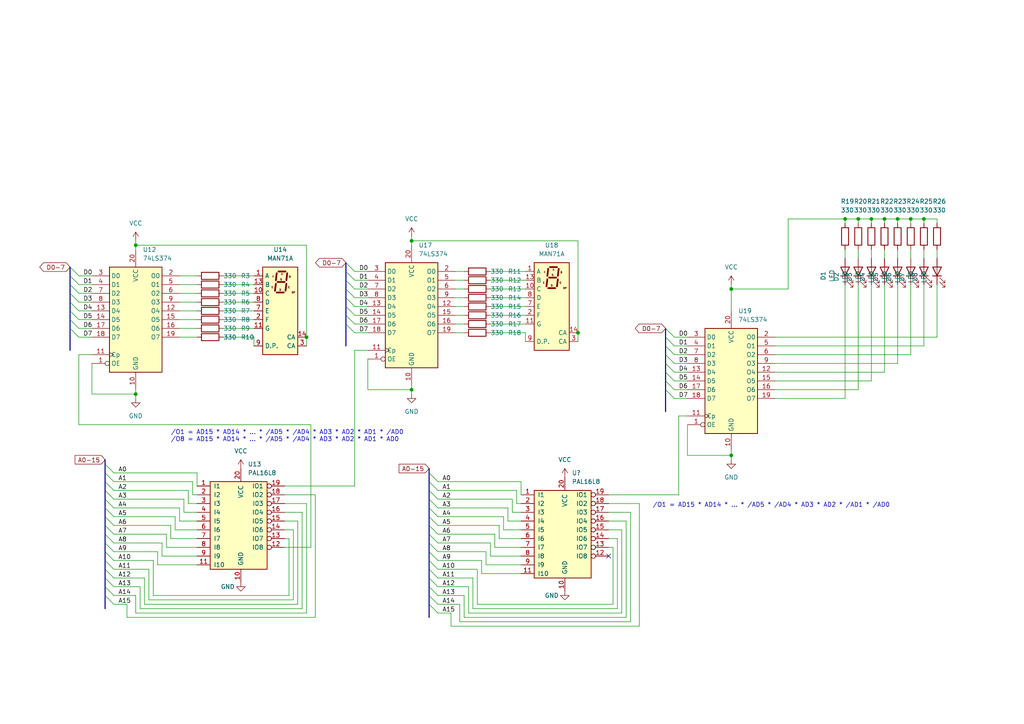
<source format=kicad_sch>
(kicad_sch (version 20211123) (generator eeschema)

  (uuid fbff48be-50e6-4765-adef-d9c8a588af63)

  (paper "A4")

  (lib_symbols
    (symbol "74xx:74LS374" (in_bom yes) (on_board yes)
      (property "Reference" "U" (id 0) (at -7.62 16.51 0)
        (effects (font (size 1.27 1.27)))
      )
      (property "Value" "74LS374" (id 1) (at -7.62 -16.51 0)
        (effects (font (size 1.27 1.27)))
      )
      (property "Footprint" "" (id 2) (at 0 0 0)
        (effects (font (size 1.27 1.27)) hide)
      )
      (property "Datasheet" "http://www.ti.com/lit/gpn/sn74LS374" (id 3) (at 0 0 0)
        (effects (font (size 1.27 1.27)) hide)
      )
      (property "ki_keywords" "TTL DFF DFF8 REG 3State" (id 4) (at 0 0 0)
        (effects (font (size 1.27 1.27)) hide)
      )
      (property "ki_description" "8-bit Register, 3-state outputs" (id 5) (at 0 0 0)
        (effects (font (size 1.27 1.27)) hide)
      )
      (property "ki_fp_filters" "DIP?20* SOIC?20* SO?20*" (id 6) (at 0 0 0)
        (effects (font (size 1.27 1.27)) hide)
      )
      (symbol "74LS374_1_0"
        (pin input inverted (at -12.7 -12.7 0) (length 5.08)
          (name "OE" (effects (font (size 1.27 1.27))))
          (number "1" (effects (font (size 1.27 1.27))))
        )
        (pin power_in line (at 0 -20.32 90) (length 5.08)
          (name "GND" (effects (font (size 1.27 1.27))))
          (number "10" (effects (font (size 1.27 1.27))))
        )
        (pin input clock (at -12.7 -10.16 0) (length 5.08)
          (name "Cp" (effects (font (size 1.27 1.27))))
          (number "11" (effects (font (size 1.27 1.27))))
        )
        (pin tri_state line (at 12.7 2.54 180) (length 5.08)
          (name "O4" (effects (font (size 1.27 1.27))))
          (number "12" (effects (font (size 1.27 1.27))))
        )
        (pin input line (at -12.7 2.54 0) (length 5.08)
          (name "D4" (effects (font (size 1.27 1.27))))
          (number "13" (effects (font (size 1.27 1.27))))
        )
        (pin input line (at -12.7 0 0) (length 5.08)
          (name "D5" (effects (font (size 1.27 1.27))))
          (number "14" (effects (font (size 1.27 1.27))))
        )
        (pin tri_state line (at 12.7 0 180) (length 5.08)
          (name "O5" (effects (font (size 1.27 1.27))))
          (number "15" (effects (font (size 1.27 1.27))))
        )
        (pin tri_state line (at 12.7 -2.54 180) (length 5.08)
          (name "O6" (effects (font (size 1.27 1.27))))
          (number "16" (effects (font (size 1.27 1.27))))
        )
        (pin input line (at -12.7 -2.54 0) (length 5.08)
          (name "D6" (effects (font (size 1.27 1.27))))
          (number "17" (effects (font (size 1.27 1.27))))
        )
        (pin input line (at -12.7 -5.08 0) (length 5.08)
          (name "D7" (effects (font (size 1.27 1.27))))
          (number "18" (effects (font (size 1.27 1.27))))
        )
        (pin tri_state line (at 12.7 -5.08 180) (length 5.08)
          (name "O7" (effects (font (size 1.27 1.27))))
          (number "19" (effects (font (size 1.27 1.27))))
        )
        (pin tri_state line (at 12.7 12.7 180) (length 5.08)
          (name "O0" (effects (font (size 1.27 1.27))))
          (number "2" (effects (font (size 1.27 1.27))))
        )
        (pin power_in line (at 0 20.32 270) (length 5.08)
          (name "VCC" (effects (font (size 1.27 1.27))))
          (number "20" (effects (font (size 1.27 1.27))))
        )
        (pin input line (at -12.7 12.7 0) (length 5.08)
          (name "D0" (effects (font (size 1.27 1.27))))
          (number "3" (effects (font (size 1.27 1.27))))
        )
        (pin input line (at -12.7 10.16 0) (length 5.08)
          (name "D1" (effects (font (size 1.27 1.27))))
          (number "4" (effects (font (size 1.27 1.27))))
        )
        (pin tri_state line (at 12.7 10.16 180) (length 5.08)
          (name "O1" (effects (font (size 1.27 1.27))))
          (number "5" (effects (font (size 1.27 1.27))))
        )
        (pin tri_state line (at 12.7 7.62 180) (length 5.08)
          (name "O2" (effects (font (size 1.27 1.27))))
          (number "6" (effects (font (size 1.27 1.27))))
        )
        (pin input line (at -12.7 7.62 0) (length 5.08)
          (name "D2" (effects (font (size 1.27 1.27))))
          (number "7" (effects (font (size 1.27 1.27))))
        )
        (pin input line (at -12.7 5.08 0) (length 5.08)
          (name "D3" (effects (font (size 1.27 1.27))))
          (number "8" (effects (font (size 1.27 1.27))))
        )
        (pin tri_state line (at 12.7 5.08 180) (length 5.08)
          (name "O3" (effects (font (size 1.27 1.27))))
          (number "9" (effects (font (size 1.27 1.27))))
        )
      )
      (symbol "74LS374_1_1"
        (rectangle (start -7.62 15.24) (end 7.62 -15.24)
          (stroke (width 0.254) (type default) (color 0 0 0 0))
          (fill (type background))
        )
      )
    )
    (symbol "Device:LED" (pin_numbers hide) (pin_names (offset 1.016) hide) (in_bom yes) (on_board yes)
      (property "Reference" "D" (id 0) (at 0 2.54 0)
        (effects (font (size 1.27 1.27)))
      )
      (property "Value" "LED" (id 1) (at 0 -2.54 0)
        (effects (font (size 1.27 1.27)))
      )
      (property "Footprint" "" (id 2) (at 0 0 0)
        (effects (font (size 1.27 1.27)) hide)
      )
      (property "Datasheet" "~" (id 3) (at 0 0 0)
        (effects (font (size 1.27 1.27)) hide)
      )
      (property "ki_keywords" "LED diode" (id 4) (at 0 0 0)
        (effects (font (size 1.27 1.27)) hide)
      )
      (property "ki_description" "Light emitting diode" (id 5) (at 0 0 0)
        (effects (font (size 1.27 1.27)) hide)
      )
      (property "ki_fp_filters" "LED* LED_SMD:* LED_THT:*" (id 6) (at 0 0 0)
        (effects (font (size 1.27 1.27)) hide)
      )
      (symbol "LED_0_1"
        (polyline
          (pts
            (xy -1.27 -1.27)
            (xy -1.27 1.27)
          )
          (stroke (width 0.254) (type default) (color 0 0 0 0))
          (fill (type none))
        )
        (polyline
          (pts
            (xy -1.27 0)
            (xy 1.27 0)
          )
          (stroke (width 0) (type default) (color 0 0 0 0))
          (fill (type none))
        )
        (polyline
          (pts
            (xy 1.27 -1.27)
            (xy 1.27 1.27)
            (xy -1.27 0)
            (xy 1.27 -1.27)
          )
          (stroke (width 0.254) (type default) (color 0 0 0 0))
          (fill (type none))
        )
        (polyline
          (pts
            (xy -3.048 -0.762)
            (xy -4.572 -2.286)
            (xy -3.81 -2.286)
            (xy -4.572 -2.286)
            (xy -4.572 -1.524)
          )
          (stroke (width 0) (type default) (color 0 0 0 0))
          (fill (type none))
        )
        (polyline
          (pts
            (xy -1.778 -0.762)
            (xy -3.302 -2.286)
            (xy -2.54 -2.286)
            (xy -3.302 -2.286)
            (xy -3.302 -1.524)
          )
          (stroke (width 0) (type default) (color 0 0 0 0))
          (fill (type none))
        )
      )
      (symbol "LED_1_1"
        (pin passive line (at -3.81 0 0) (length 2.54)
          (name "K" (effects (font (size 1.27 1.27))))
          (number "1" (effects (font (size 1.27 1.27))))
        )
        (pin passive line (at 3.81 0 180) (length 2.54)
          (name "A" (effects (font (size 1.27 1.27))))
          (number "2" (effects (font (size 1.27 1.27))))
        )
      )
    )
    (symbol "Device:R" (pin_numbers hide) (pin_names (offset 0)) (in_bom yes) (on_board yes)
      (property "Reference" "R" (id 0) (at 2.032 0 90)
        (effects (font (size 1.27 1.27)))
      )
      (property "Value" "R" (id 1) (at 0 0 90)
        (effects (font (size 1.27 1.27)))
      )
      (property "Footprint" "" (id 2) (at -1.778 0 90)
        (effects (font (size 1.27 1.27)) hide)
      )
      (property "Datasheet" "~" (id 3) (at 0 0 0)
        (effects (font (size 1.27 1.27)) hide)
      )
      (property "ki_keywords" "R res resistor" (id 4) (at 0 0 0)
        (effects (font (size 1.27 1.27)) hide)
      )
      (property "ki_description" "Resistor" (id 5) (at 0 0 0)
        (effects (font (size 1.27 1.27)) hide)
      )
      (property "ki_fp_filters" "R_*" (id 6) (at 0 0 0)
        (effects (font (size 1.27 1.27)) hide)
      )
      (symbol "R_0_1"
        (rectangle (start -1.016 -2.54) (end 1.016 2.54)
          (stroke (width 0.254) (type default) (color 0 0 0 0))
          (fill (type none))
        )
      )
      (symbol "R_1_1"
        (pin passive line (at 0 3.81 270) (length 1.27)
          (name "~" (effects (font (size 1.27 1.27))))
          (number "1" (effects (font (size 1.27 1.27))))
        )
        (pin passive line (at 0 -3.81 90) (length 1.27)
          (name "~" (effects (font (size 1.27 1.27))))
          (number "2" (effects (font (size 1.27 1.27))))
        )
      )
    )
    (symbol "Display_Character:MAN71A" (pin_names (offset 0.635)) (in_bom yes) (on_board yes)
      (property "Reference" "U" (id 0) (at -2.54 13.97 0)
        (effects (font (size 1.27 1.27)) (justify right))
      )
      (property "Value" "MAN71A" (id 1) (at 3.556 -14.224 0)
        (effects (font (size 1.27 1.27)) (justify right))
      )
      (property "Footprint" "Display_7Segment:MAN71A" (id 2) (at -12.7 -17.78 0)
        (effects (font (size 1.27 1.27)) (justify left) hide)
      )
      (property "Datasheet" "https://www.digchip.com/datasheets/parts/datasheet/161/MAN3640A-pdf.php" (id 3) (at 0.254 8.636 0)
        (effects (font (size 1.27 1.27)) (justify left) hide)
      )
      (property "ki_keywords" "display LED 7-segment" (id 4) (at 0 0 0)
        (effects (font (size 1.27 1.27)) hide)
      )
      (property "ki_description" "Single digit 7 segment red LED common anode right hand decimal" (id 5) (at 0 0 0)
        (effects (font (size 1.27 1.27)) hide)
      )
      (property "ki_fp_filters" "*MAN71A*" (id 6) (at 0 0 0)
        (effects (font (size 1.27 1.27)) hide)
      )
      (symbol "MAN71A_0_0"
        (text "A" (at 0.508 10.668 0)
          (effects (font (size 0.508 0.508)))
        )
        (text "B" (at 2.794 9.906 0)
          (effects (font (size 0.508 0.508)))
        )
        (text "C" (at 2.54 6.858 0)
          (effects (font (size 0.508 0.508)))
        )
        (text "D" (at 0 6.096 0)
          (effects (font (size 0.508 0.508)))
        )
        (text "DP" (at 3.81 5.334 0)
          (effects (font (size 0.508 0.508)))
        )
        (text "E" (at -2.286 6.858 0)
          (effects (font (size 0.508 0.508)))
        )
        (text "F" (at -2.032 9.906 0)
          (effects (font (size 0.508 0.508)))
        )
        (text "G" (at 0.254 9.144 0)
          (effects (font (size 0.508 0.508)))
        )
      )
      (symbol "MAN71A_0_1"
        (rectangle (start -5.08 12.7) (end 5.08 -12.7)
          (stroke (width 0.254) (type default) (color 0 0 0 0))
          (fill (type background))
        )
        (polyline
          (pts
            (xy -1.27 7.874)
            (xy -1.524 5.842)
          )
          (stroke (width 0.508) (type default) (color 0 0 0 0))
          (fill (type none))
        )
        (polyline
          (pts
            (xy -1.016 5.334)
            (xy 1.016 5.334)
          )
          (stroke (width 0.508) (type default) (color 0 0 0 0))
          (fill (type none))
        )
        (polyline
          (pts
            (xy -1.016 10.922)
            (xy -1.27 8.89)
          )
          (stroke (width 0.508) (type default) (color 0 0 0 0))
          (fill (type none))
        )
        (polyline
          (pts
            (xy -0.762 8.382)
            (xy 1.27 8.382)
          )
          (stroke (width 0.508) (type default) (color 0 0 0 0))
          (fill (type none))
        )
        (polyline
          (pts
            (xy -0.508 11.43)
            (xy 1.524 11.43)
          )
          (stroke (width 0.508) (type default) (color 0 0 0 0))
          (fill (type none))
        )
        (polyline
          (pts
            (xy 1.778 7.874)
            (xy 1.524 5.842)
          )
          (stroke (width 0.508) (type default) (color 0 0 0 0))
          (fill (type none))
        )
        (polyline
          (pts
            (xy 2.032 10.922)
            (xy 1.778 8.89)
          )
          (stroke (width 0.508) (type default) (color 0 0 0 0))
          (fill (type none))
        )
        (polyline
          (pts
            (xy 2.794 5.334)
            (xy 2.794 5.334)
          )
          (stroke (width 0.508) (type default) (color 0 0 0 0))
          (fill (type none))
        )
      )
      (symbol "MAN71A_1_1"
        (pin input line (at -7.62 10.16 0) (length 2.54)
          (name "A" (effects (font (size 1.27 1.27))))
          (number "1" (effects (font (size 1.27 1.27))))
        )
        (pin input line (at -7.62 5.08 0) (length 2.54)
          (name "C" (effects (font (size 1.27 1.27))))
          (number "10" (effects (font (size 1.27 1.27))))
        )
        (pin input line (at -7.62 -5.08 0) (length 2.54)
          (name "G" (effects (font (size 1.27 1.27))))
          (number "11" (effects (font (size 1.27 1.27))))
        )
        (pin no_connect line (at 7.62 -5.08 180) (length 2.54) hide
          (name "NC" (effects (font (size 1.27 1.27))))
          (number "12" (effects (font (size 1.27 1.27))))
        )
        (pin input line (at -7.62 7.62 0) (length 2.54)
          (name "B" (effects (font (size 1.27 1.27))))
          (number "13" (effects (font (size 1.27 1.27))))
        )
        (pin input line (at 7.62 -7.62 180) (length 2.54)
          (name "CA" (effects (font (size 1.27 1.27))))
          (number "14" (effects (font (size 1.27 1.27))))
        )
        (pin input line (at -7.62 -2.54 0) (length 2.54)
          (name "F" (effects (font (size 1.27 1.27))))
          (number "2" (effects (font (size 1.27 1.27))))
        )
        (pin input line (at 7.62 -10.16 180) (length 2.54)
          (name "CA" (effects (font (size 1.27 1.27))))
          (number "3" (effects (font (size 1.27 1.27))))
        )
        (pin no_connect line (at 7.62 2.54 180) (length 2.54) hide
          (name "NC" (effects (font (size 1.27 1.27))))
          (number "4" (effects (font (size 1.27 1.27))))
        )
        (pin no_connect line (at 7.62 0 180) (length 2.54) hide
          (name "NC" (effects (font (size 1.27 1.27))))
          (number "5" (effects (font (size 1.27 1.27))))
        )
        (pin no_connect line (at 7.62 -2.54 180) (length 2.54) hide
          (name "NC" (effects (font (size 1.27 1.27))))
          (number "6" (effects (font (size 1.27 1.27))))
        )
        (pin input line (at -7.62 0 0) (length 2.54)
          (name "E" (effects (font (size 1.27 1.27))))
          (number "7" (effects (font (size 1.27 1.27))))
        )
        (pin input line (at -7.62 2.54 0) (length 2.54)
          (name "D" (effects (font (size 1.27 1.27))))
          (number "8" (effects (font (size 1.27 1.27))))
        )
        (pin input line (at -7.62 -10.16 0) (length 2.54)
          (name "D.P." (effects (font (size 1.27 1.27))))
          (number "9" (effects (font (size 1.27 1.27))))
        )
      )
    )
    (symbol "Logic_Programmable:PAL16L8" (pin_names (offset 1.016)) (in_bom yes) (on_board yes)
      (property "Reference" "U" (id 0) (at -8.89 16.51 0)
        (effects (font (size 1.27 1.27)) (justify left))
      )
      (property "Value" "PAL16L8" (id 1) (at 1.27 16.51 0)
        (effects (font (size 1.27 1.27)) (justify left))
      )
      (property "Footprint" "" (id 2) (at 0 0 0)
        (effects (font (size 1.27 1.27)) hide)
      )
      (property "Datasheet" "" (id 3) (at 0 0 0)
        (effects (font (size 1.27 1.27)) hide)
      )
      (property "ki_keywords" "PAL PLD 16L8" (id 4) (at 0 0 0)
        (effects (font (size 1.27 1.27)) hide)
      )
      (property "ki_description" "Programmable Logic Array, DIP-20" (id 5) (at 0 0 0)
        (effects (font (size 1.27 1.27)) hide)
      )
      (property "ki_fp_filters" "DIP* PDIP*" (id 6) (at 0 0 0)
        (effects (font (size 1.27 1.27)) hide)
      )
      (symbol "PAL16L8_0_0"
        (pin power_in line (at 0 -15.24 90) (length 3.81)
          (name "GND" (effects (font (size 1.27 1.27))))
          (number "10" (effects (font (size 1.27 1.27))))
        )
        (pin power_in line (at 0 17.78 270) (length 3.81)
          (name "VCC" (effects (font (size 1.27 1.27))))
          (number "20" (effects (font (size 1.27 1.27))))
        )
      )
      (symbol "PAL16L8_0_1"
        (rectangle (start -8.89 13.97) (end 7.62 -11.43)
          (stroke (width 0.254) (type default) (color 0 0 0 0))
          (fill (type background))
        )
      )
      (symbol "PAL16L8_1_1"
        (pin input line (at -12.7 12.7 0) (length 3.81)
          (name "I1" (effects (font (size 1.27 1.27))))
          (number "1" (effects (font (size 1.27 1.27))))
        )
        (pin input line (at -12.7 -10.16 0) (length 3.81)
          (name "I10" (effects (font (size 1.27 1.27))))
          (number "11" (effects (font (size 1.27 1.27))))
        )
        (pin tri_state inverted (at 12.7 -5.08 180) (length 5.08)
          (name "IO8" (effects (font (size 1.27 1.27))))
          (number "12" (effects (font (size 1.27 1.27))))
        )
        (pin tri_state inverted (at 12.7 -2.54 180) (length 5.08)
          (name "IO7" (effects (font (size 1.27 1.27))))
          (number "13" (effects (font (size 1.27 1.27))))
        )
        (pin tri_state inverted (at 12.7 0 180) (length 5.08)
          (name "IO6" (effects (font (size 1.27 1.27))))
          (number "14" (effects (font (size 1.27 1.27))))
        )
        (pin tri_state inverted (at 12.7 2.54 180) (length 5.08)
          (name "IO5" (effects (font (size 1.27 1.27))))
          (number "15" (effects (font (size 1.27 1.27))))
        )
        (pin tri_state inverted (at 12.7 5.08 180) (length 5.08)
          (name "IO4" (effects (font (size 1.27 1.27))))
          (number "16" (effects (font (size 1.27 1.27))))
        )
        (pin tri_state inverted (at 12.7 7.62 180) (length 5.08)
          (name "I03" (effects (font (size 1.27 1.27))))
          (number "17" (effects (font (size 1.27 1.27))))
        )
        (pin tri_state inverted (at 12.7 10.16 180) (length 5.08)
          (name "IO2" (effects (font (size 1.27 1.27))))
          (number "18" (effects (font (size 1.27 1.27))))
        )
        (pin tri_state inverted (at 12.7 12.7 180) (length 5.08)
          (name "IO1" (effects (font (size 1.27 1.27))))
          (number "19" (effects (font (size 1.27 1.27))))
        )
        (pin input line (at -12.7 10.16 0) (length 3.81)
          (name "I2" (effects (font (size 1.27 1.27))))
          (number "2" (effects (font (size 1.27 1.27))))
        )
        (pin input line (at -12.7 7.62 0) (length 3.81)
          (name "I3" (effects (font (size 1.27 1.27))))
          (number "3" (effects (font (size 1.27 1.27))))
        )
        (pin input line (at -12.7 5.08 0) (length 3.81)
          (name "I4" (effects (font (size 1.27 1.27))))
          (number "4" (effects (font (size 1.27 1.27))))
        )
        (pin input line (at -12.7 2.54 0) (length 3.81)
          (name "I5" (effects (font (size 1.27 1.27))))
          (number "5" (effects (font (size 1.27 1.27))))
        )
        (pin input line (at -12.7 0 0) (length 3.81)
          (name "I6" (effects (font (size 1.27 1.27))))
          (number "6" (effects (font (size 1.27 1.27))))
        )
        (pin input line (at -12.7 -2.54 0) (length 3.81)
          (name "I7" (effects (font (size 1.27 1.27))))
          (number "7" (effects (font (size 1.27 1.27))))
        )
        (pin input line (at -12.7 -5.08 0) (length 3.81)
          (name "I8" (effects (font (size 1.27 1.27))))
          (number "8" (effects (font (size 1.27 1.27))))
        )
        (pin input line (at -12.7 -7.62 0) (length 3.81)
          (name "I9" (effects (font (size 1.27 1.27))))
          (number "9" (effects (font (size 1.27 1.27))))
        )
      )
    )
    (symbol "power:GND" (power) (pin_names (offset 0)) (in_bom yes) (on_board yes)
      (property "Reference" "#PWR" (id 0) (at 0 -6.35 0)
        (effects (font (size 1.27 1.27)) hide)
      )
      (property "Value" "GND" (id 1) (at 0 -3.81 0)
        (effects (font (size 1.27 1.27)))
      )
      (property "Footprint" "" (id 2) (at 0 0 0)
        (effects (font (size 1.27 1.27)) hide)
      )
      (property "Datasheet" "" (id 3) (at 0 0 0)
        (effects (font (size 1.27 1.27)) hide)
      )
      (property "ki_keywords" "power-flag" (id 4) (at 0 0 0)
        (effects (font (size 1.27 1.27)) hide)
      )
      (property "ki_description" "Power symbol creates a global label with name \"GND\" , ground" (id 5) (at 0 0 0)
        (effects (font (size 1.27 1.27)) hide)
      )
      (symbol "GND_0_1"
        (polyline
          (pts
            (xy 0 0)
            (xy 0 -1.27)
            (xy 1.27 -1.27)
            (xy 0 -2.54)
            (xy -1.27 -1.27)
            (xy 0 -1.27)
          )
          (stroke (width 0) (type default) (color 0 0 0 0))
          (fill (type none))
        )
      )
      (symbol "GND_1_1"
        (pin power_in line (at 0 0 270) (length 0) hide
          (name "GND" (effects (font (size 1.27 1.27))))
          (number "1" (effects (font (size 1.27 1.27))))
        )
      )
    )
    (symbol "power:VCC" (power) (pin_names (offset 0)) (in_bom yes) (on_board yes)
      (property "Reference" "#PWR" (id 0) (at 0 -3.81 0)
        (effects (font (size 1.27 1.27)) hide)
      )
      (property "Value" "VCC" (id 1) (at 0 3.81 0)
        (effects (font (size 1.27 1.27)))
      )
      (property "Footprint" "" (id 2) (at 0 0 0)
        (effects (font (size 1.27 1.27)) hide)
      )
      (property "Datasheet" "" (id 3) (at 0 0 0)
        (effects (font (size 1.27 1.27)) hide)
      )
      (property "ki_keywords" "power-flag" (id 4) (at 0 0 0)
        (effects (font (size 1.27 1.27)) hide)
      )
      (property "ki_description" "Power symbol creates a global label with name \"VCC\"" (id 5) (at 0 0 0)
        (effects (font (size 1.27 1.27)) hide)
      )
      (symbol "VCC_0_1"
        (polyline
          (pts
            (xy -0.762 1.27)
            (xy 0 2.54)
          )
          (stroke (width 0) (type default) (color 0 0 0 0))
          (fill (type none))
        )
        (polyline
          (pts
            (xy 0 0)
            (xy 0 2.54)
          )
          (stroke (width 0) (type default) (color 0 0 0 0))
          (fill (type none))
        )
        (polyline
          (pts
            (xy 0 2.54)
            (xy 0.762 1.27)
          )
          (stroke (width 0) (type default) (color 0 0 0 0))
          (fill (type none))
        )
      )
      (symbol "VCC_1_1"
        (pin power_in line (at 0 0 90) (length 0) hide
          (name "VCC" (effects (font (size 1.27 1.27))))
          (number "1" (effects (font (size 1.27 1.27))))
        )
      )
    )
  )

  (junction (at 39.37 114.3) (diameter 0) (color 0 0 0 0)
    (uuid 094d8e83-68ad-4dae-91f0-a471a7d3ae04)
  )
  (junction (at 119.38 69.85) (diameter 0) (color 0 0 0 0)
    (uuid 0ca0c469-d16c-4d4f-b8a4-447dc41f6c4a)
  )
  (junction (at 248.92 63.5) (diameter 0) (color 0 0 0 0)
    (uuid 2bad3b75-2453-4af0-ae8e-a0105e026815)
  )
  (junction (at 267.97 63.5) (diameter 0) (color 0 0 0 0)
    (uuid 2d6bca2f-a4af-4b50-81cb-d5c200906bcb)
  )
  (junction (at 245.11 63.5) (diameter 0) (color 0 0 0 0)
    (uuid 2e062e1e-d364-45f3-9ea4-650d55bba404)
  )
  (junction (at 88.9 97.79) (diameter 0) (color 0 0 0 0)
    (uuid 5255494e-57da-4e6c-b3d4-c0d775b40258)
  )
  (junction (at 260.35 63.5) (diameter 0) (color 0 0 0 0)
    (uuid 5d5a6b1a-2668-4b1f-90e1-6dd9beff6cbb)
  )
  (junction (at 252.73 63.5) (diameter 0) (color 0 0 0 0)
    (uuid 9c6edaae-38d0-4c0a-8cee-6d6d0da90dd4)
  )
  (junction (at 119.38 113.03) (diameter 0) (color 0 0 0 0)
    (uuid 9cd2986d-3d29-4124-bfc9-b2eeed5c9334)
  )
  (junction (at 39.37 71.12) (diameter 0) (color 0 0 0 0)
    (uuid a0cc6f45-7915-433a-8496-32a36c4b8ccf)
  )
  (junction (at 212.09 83.82) (diameter 0) (color 0 0 0 0)
    (uuid b1efc9e9-a82c-4e16-9505-59089bc52d31)
  )
  (junction (at 256.54 63.5) (diameter 0) (color 0 0 0 0)
    (uuid b7f0df64-0b3a-49e5-9c2a-f84edee2e196)
  )
  (junction (at 212.09 132.08) (diameter 0) (color 0 0 0 0)
    (uuid cb91a2c2-e2cc-491e-88de-42b35571d406)
  )
  (junction (at 264.16 63.5) (diameter 0) (color 0 0 0 0)
    (uuid e99700b1-ed23-46df-b284-dec5a159c436)
  )
  (junction (at 167.64 96.52) (diameter 0) (color 0 0 0 0)
    (uuid f371797e-cc0a-4eae-a8f9-348f8aef1414)
  )

  (no_connect (at 176.53 161.29) (uuid 8862d19e-0f52-4e74-8fa1-c7a9b3e9247d))

  (bus_entry (at 100.33 83.82) (size 2.54 2.54)
    (stroke (width 0) (type default) (color 0 0 0 0))
    (uuid 0eca5de1-12f3-418d-b3a6-57fad3fc1389)
  )
  (bus_entry (at 124.46 139.7) (size 2.54 2.54)
    (stroke (width 0) (type default) (color 0 0 0 0))
    (uuid 10db4c75-dc4c-451c-9742-6d57ee8b8e04)
  )
  (bus_entry (at 124.46 154.94) (size 2.54 2.54)
    (stroke (width 0) (type default) (color 0 0 0 0))
    (uuid 1edee379-7f84-427a-9719-15b1e7bd882a)
  )
  (bus_entry (at 124.46 165.1) (size 2.54 2.54)
    (stroke (width 0) (type default) (color 0 0 0 0))
    (uuid 202d9ec9-e487-4b5e-9a3f-823061d2216d)
  )
  (bus_entry (at 124.46 152.4) (size 2.54 2.54)
    (stroke (width 0) (type default) (color 0 0 0 0))
    (uuid 26ce3e48-dd03-4d74-8524-74b2b06bcc47)
  )
  (bus_entry (at 20.32 92.71) (size 2.54 2.54)
    (stroke (width 0) (type default) (color 0 0 0 0))
    (uuid 273f1acc-bd28-46e3-af7d-4c74fc1f8268)
  )
  (bus_entry (at 20.32 82.55) (size 2.54 2.54)
    (stroke (width 0) (type default) (color 0 0 0 0))
    (uuid 27d389c2-6cca-4aee-aebf-e0882c1d9830)
  )
  (bus_entry (at 124.46 142.24) (size 2.54 2.54)
    (stroke (width 0) (type default) (color 0 0 0 0))
    (uuid 2ba75454-cb9b-4b41-ad90-b257cd8d7748)
  )
  (bus_entry (at 30.48 142.24) (size 2.54 2.54)
    (stroke (width 0) (type default) (color 0 0 0 0))
    (uuid 2e0db0d4-c0e2-41ff-8788-8add42587fad)
  )
  (bus_entry (at 30.48 167.64) (size 2.54 2.54)
    (stroke (width 0) (type default) (color 0 0 0 0))
    (uuid 2efe7914-5ebf-468d-906c-fc7eee0cd105)
  )
  (bus_entry (at 124.46 147.32) (size 2.54 2.54)
    (stroke (width 0) (type default) (color 0 0 0 0))
    (uuid 2f09a4a4-c278-4497-8415-cf315c96ac15)
  )
  (bus_entry (at 124.46 144.78) (size 2.54 2.54)
    (stroke (width 0) (type default) (color 0 0 0 0))
    (uuid 33500e46-fb39-4c77-aecf-368edbcdf7b9)
  )
  (bus_entry (at 193.04 110.49) (size 2.54 2.54)
    (stroke (width 0) (type default) (color 0 0 0 0))
    (uuid 3ca7501c-5a8c-4293-bb2e-7f127c3e2af5)
  )
  (bus_entry (at 193.04 113.03) (size 2.54 2.54)
    (stroke (width 0) (type default) (color 0 0 0 0))
    (uuid 3ca7501c-5a8c-4293-bb2e-7f127c3e2af6)
  )
  (bus_entry (at 193.04 100.33) (size 2.54 2.54)
    (stroke (width 0) (type default) (color 0 0 0 0))
    (uuid 3ca7501c-5a8c-4293-bb2e-7f127c3e2af7)
  )
  (bus_entry (at 193.04 102.87) (size 2.54 2.54)
    (stroke (width 0) (type default) (color 0 0 0 0))
    (uuid 3ca7501c-5a8c-4293-bb2e-7f127c3e2af8)
  )
  (bus_entry (at 193.04 107.95) (size 2.54 2.54)
    (stroke (width 0) (type default) (color 0 0 0 0))
    (uuid 3ca7501c-5a8c-4293-bb2e-7f127c3e2af9)
  )
  (bus_entry (at 193.04 105.41) (size 2.54 2.54)
    (stroke (width 0) (type default) (color 0 0 0 0))
    (uuid 3ca7501c-5a8c-4293-bb2e-7f127c3e2afa)
  )
  (bus_entry (at 193.04 95.25) (size 2.54 2.54)
    (stroke (width 0) (type default) (color 0 0 0 0))
    (uuid 3ca7501c-5a8c-4293-bb2e-7f127c3e2afb)
  )
  (bus_entry (at 193.04 97.79) (size 2.54 2.54)
    (stroke (width 0) (type default) (color 0 0 0 0))
    (uuid 3ca7501c-5a8c-4293-bb2e-7f127c3e2afc)
  )
  (bus_entry (at 20.32 87.63) (size 2.54 2.54)
    (stroke (width 0) (type default) (color 0 0 0 0))
    (uuid 3d899ebc-75e9-4388-a3f4-9dce9851a58a)
  )
  (bus_entry (at 20.32 95.25) (size 2.54 2.54)
    (stroke (width 0) (type default) (color 0 0 0 0))
    (uuid 427b305d-c284-446e-960e-da84a4b8ac2a)
  )
  (bus_entry (at 124.46 170.18) (size 2.54 2.54)
    (stroke (width 0) (type default) (color 0 0 0 0))
    (uuid 47d31de9-87b4-4b22-b230-042dc7053e0f)
  )
  (bus_entry (at 100.33 93.98) (size 2.54 2.54)
    (stroke (width 0) (type default) (color 0 0 0 0))
    (uuid 53509cad-96e4-4b4c-8563-06fa55c416e7)
  )
  (bus_entry (at 100.33 81.28) (size 2.54 2.54)
    (stroke (width 0) (type default) (color 0 0 0 0))
    (uuid 55c97823-4549-49fb-8642-295ac4825f4a)
  )
  (bus_entry (at 30.48 172.72) (size 2.54 2.54)
    (stroke (width 0) (type default) (color 0 0 0 0))
    (uuid 5f0f4e13-dbfe-49b4-864f-e50c48b1d818)
  )
  (bus_entry (at 30.48 147.32) (size 2.54 2.54)
    (stroke (width 0) (type default) (color 0 0 0 0))
    (uuid 610b53f9-a1bb-492b-8788-e1845726173a)
  )
  (bus_entry (at 124.46 167.64) (size 2.54 2.54)
    (stroke (width 0) (type default) (color 0 0 0 0))
    (uuid 61204310-07db-4e05-b4f8-d9824a5d9a04)
  )
  (bus_entry (at 124.46 172.72) (size 2.54 2.54)
    (stroke (width 0) (type default) (color 0 0 0 0))
    (uuid 63c1358f-152e-4bde-8aaa-8c765dde0773)
  )
  (bus_entry (at 100.33 86.36) (size 2.54 2.54)
    (stroke (width 0) (type default) (color 0 0 0 0))
    (uuid 63e70932-9c66-448a-9f5e-082efda85081)
  )
  (bus_entry (at 20.32 90.17) (size 2.54 2.54)
    (stroke (width 0) (type default) (color 0 0 0 0))
    (uuid 79fa7496-54a0-42f2-9e59-68bff05cb91a)
  )
  (bus_entry (at 100.33 91.44) (size 2.54 2.54)
    (stroke (width 0) (type default) (color 0 0 0 0))
    (uuid 8785396d-028d-4c0a-85cb-0ccec386d380)
  )
  (bus_entry (at 100.33 78.74) (size 2.54 2.54)
    (stroke (width 0) (type default) (color 0 0 0 0))
    (uuid 8938016a-182b-43a0-8c23-1437497c891a)
  )
  (bus_entry (at 20.32 77.47) (size 2.54 2.54)
    (stroke (width 0) (type default) (color 0 0 0 0))
    (uuid 8c17e414-c468-4e2a-af79-f6279f3c9fac)
  )
  (bus_entry (at 124.46 160.02) (size 2.54 2.54)
    (stroke (width 0) (type default) (color 0 0 0 0))
    (uuid 8f57cccb-69aa-4a89-910d-f7e52beec625)
  )
  (bus_entry (at 124.46 175.26) (size 2.54 2.54)
    (stroke (width 0) (type default) (color 0 0 0 0))
    (uuid 918f2b7d-2f17-4385-a3d1-6419c2279ebb)
  )
  (bus_entry (at 30.48 139.7) (size 2.54 2.54)
    (stroke (width 0) (type default) (color 0 0 0 0))
    (uuid 927d608b-f1cd-41a6-8c67-a78190d00b0f)
  )
  (bus_entry (at 30.48 137.16) (size 2.54 2.54)
    (stroke (width 0) (type default) (color 0 0 0 0))
    (uuid 92b4fc2b-e785-4f48-87e1-a8e8f9ebdef4)
  )
  (bus_entry (at 124.46 149.86) (size 2.54 2.54)
    (stroke (width 0) (type default) (color 0 0 0 0))
    (uuid 963ba3f0-af93-4f79-a785-0bd4bdbb8f8a)
  )
  (bus_entry (at 124.46 157.48) (size 2.54 2.54)
    (stroke (width 0) (type default) (color 0 0 0 0))
    (uuid 96f32735-d8cf-4ee5-83d8-0c088f95972c)
  )
  (bus_entry (at 30.48 134.62) (size 2.54 2.54)
    (stroke (width 0) (type default) (color 0 0 0 0))
    (uuid 9c1a41e4-09b2-41db-8e4e-0a6eae2b6286)
  )
  (bus_entry (at 124.46 162.56) (size 2.54 2.54)
    (stroke (width 0) (type default) (color 0 0 0 0))
    (uuid 9eecae69-62ca-4572-aee0-fa0e5463ad89)
  )
  (bus_entry (at 30.48 144.78) (size 2.54 2.54)
    (stroke (width 0) (type default) (color 0 0 0 0))
    (uuid a1c7ccf9-ef1c-42c1-b4aa-12a14e9ca926)
  )
  (bus_entry (at 30.48 160.02) (size 2.54 2.54)
    (stroke (width 0) (type default) (color 0 0 0 0))
    (uuid a641d160-f9d2-4b8f-9964-8b4b1cd29aeb)
  )
  (bus_entry (at 30.48 152.4) (size 2.54 2.54)
    (stroke (width 0) (type default) (color 0 0 0 0))
    (uuid aa072969-3761-4d2e-b9d8-115c1eea9a0b)
  )
  (bus_entry (at 124.46 137.16) (size 2.54 2.54)
    (stroke (width 0) (type default) (color 0 0 0 0))
    (uuid b0632908-d911-4daa-9261-94dc61e9aaff)
  )
  (bus_entry (at 100.33 88.9) (size 2.54 2.54)
    (stroke (width 0) (type default) (color 0 0 0 0))
    (uuid bb429a51-bd02-479d-8782-138115d9535d)
  )
  (bus_entry (at 30.48 157.48) (size 2.54 2.54)
    (stroke (width 0) (type default) (color 0 0 0 0))
    (uuid be32d2c9-23c0-40ac-abcb-8dc9e698a162)
  )
  (bus_entry (at 100.33 76.2) (size 2.54 2.54)
    (stroke (width 0) (type default) (color 0 0 0 0))
    (uuid d91e9c07-4f92-4c36-9187-63fb4c760d7a)
  )
  (bus_entry (at 30.48 165.1) (size 2.54 2.54)
    (stroke (width 0) (type default) (color 0 0 0 0))
    (uuid db3b2b1c-a3b1-464f-9c4f-639437706f4d)
  )
  (bus_entry (at 20.32 85.09) (size 2.54 2.54)
    (stroke (width 0) (type default) (color 0 0 0 0))
    (uuid dcbc3056-fa81-4153-bda6-35f766d8ee7b)
  )
  (bus_entry (at 30.48 162.56) (size 2.54 2.54)
    (stroke (width 0) (type default) (color 0 0 0 0))
    (uuid e1a2c990-3f62-4572-9541-a7a1da261cde)
  )
  (bus_entry (at 30.48 154.94) (size 2.54 2.54)
    (stroke (width 0) (type default) (color 0 0 0 0))
    (uuid e5e75e1f-61f8-416e-9941-0445d152aa07)
  )
  (bus_entry (at 30.48 149.86) (size 2.54 2.54)
    (stroke (width 0) (type default) (color 0 0 0 0))
    (uuid e95f385e-ba14-48d5-a358-77e8986b38d4)
  )
  (bus_entry (at 20.32 80.01) (size 2.54 2.54)
    (stroke (width 0) (type default) (color 0 0 0 0))
    (uuid fab9aa30-3c8c-4443-a1ed-3b52dad7739e)
  )
  (bus_entry (at 30.48 170.18) (size 2.54 2.54)
    (stroke (width 0) (type default) (color 0 0 0 0))
    (uuid fe6c2a1f-d816-4b89-98a3-64d22fd13ce4)
  )

  (bus (pts (xy 100.33 81.28) (xy 100.33 83.82))
    (stroke (width 0) (type default) (color 0 0 0 0))
    (uuid 00cad11d-bf5c-4c22-982e-5cb922101522)
  )

  (wire (pts (xy 102.87 91.44) (xy 106.68 91.44))
    (stroke (width 0) (type default) (color 0 0 0 0))
    (uuid 01742b5e-4c00-4bcd-87ff-b780865fa876)
  )
  (bus (pts (xy 124.46 172.72) (xy 124.46 175.26))
    (stroke (width 0) (type default) (color 0 0 0 0))
    (uuid 01817492-598b-4652-bd38-f7f9e7d9f22f)
  )

  (wire (pts (xy 41.91 167.64) (xy 41.91 175.26))
    (stroke (width 0) (type default) (color 0 0 0 0))
    (uuid 020d55d4-a3d9-4c53-8869-474ea7b070e4)
  )
  (bus (pts (xy 20.32 85.09) (xy 20.32 87.63))
    (stroke (width 0) (type default) (color 0 0 0 0))
    (uuid 02633047-404e-4dc9-b7fc-d54f700e6aa5)
  )

  (wire (pts (xy 132.08 96.52) (xy 134.62 96.52))
    (stroke (width 0) (type default) (color 0 0 0 0))
    (uuid 03ccf925-6dc1-4964-9bb8-f6e554955ffb)
  )
  (bus (pts (xy 124.46 135.89) (xy 124.46 137.16))
    (stroke (width 0) (type default) (color 0 0 0 0))
    (uuid 0494e70e-a8cf-46b5-8db3-d8b969694ad1)
  )

  (wire (pts (xy 36.83 179.07) (xy 91.44 179.07))
    (stroke (width 0) (type default) (color 0 0 0 0))
    (uuid 051abdee-9b66-4569-bf6b-c17b10de4250)
  )
  (wire (pts (xy 224.79 105.41) (xy 260.35 105.41))
    (stroke (width 0) (type default) (color 0 0 0 0))
    (uuid 05d225ec-1664-4280-b8b7-11d0058d1d39)
  )
  (wire (pts (xy 180.34 177.8) (xy 180.34 153.67))
    (stroke (width 0) (type default) (color 0 0 0 0))
    (uuid 065a6def-eb0e-42fe-b36c-d4ddb0bf50a8)
  )
  (wire (pts (xy 39.37 71.12) (xy 88.9 71.12))
    (stroke (width 0) (type default) (color 0 0 0 0))
    (uuid 0663f516-6850-438c-953d-e600caa04e3b)
  )
  (wire (pts (xy 146.05 149.86) (xy 146.05 153.67))
    (stroke (width 0) (type default) (color 0 0 0 0))
    (uuid 066580d9-c6d9-4f83-af1c-d54b40319e8d)
  )
  (wire (pts (xy 182.88 180.34) (xy 182.88 148.59))
    (stroke (width 0) (type default) (color 0 0 0 0))
    (uuid 084a2730-52a3-4515-9b83-b4aadbddea6f)
  )
  (wire (pts (xy 52.07 95.25) (xy 57.15 95.25))
    (stroke (width 0) (type default) (color 0 0 0 0))
    (uuid 09347eba-ccfb-44fa-b3de-952ed9f86c5d)
  )
  (wire (pts (xy 167.64 69.85) (xy 167.64 96.52))
    (stroke (width 0) (type default) (color 0 0 0 0))
    (uuid 096b4941-057e-4213-8db0-bf6b1304324c)
  )
  (wire (pts (xy 142.24 157.48) (xy 142.24 161.29))
    (stroke (width 0) (type default) (color 0 0 0 0))
    (uuid 0a0859f4-706f-49f3-94bf-de7f9bffd373)
  )
  (wire (pts (xy 176.53 148.59) (xy 182.88 148.59))
    (stroke (width 0) (type default) (color 0 0 0 0))
    (uuid 0aa0136e-39ee-4e71-93ce-b7974ea2a7a2)
  )
  (bus (pts (xy 100.33 93.98) (xy 100.33 100.33))
    (stroke (width 0) (type default) (color 0 0 0 0))
    (uuid 0abfb7a9-bbbf-4035-8c0f-b56207f3e520)
  )
  (bus (pts (xy 124.46 139.7) (xy 124.46 142.24))
    (stroke (width 0) (type default) (color 0 0 0 0))
    (uuid 0ba522b5-d316-4af5-a0e5-f902e96e7483)
  )

  (wire (pts (xy 264.16 72.39) (xy 264.16 74.93))
    (stroke (width 0) (type default) (color 0 0 0 0))
    (uuid 0c090645-1252-4c9b-9dc2-3289ead3f283)
  )
  (wire (pts (xy 224.79 100.33) (xy 267.97 100.33))
    (stroke (width 0) (type default) (color 0 0 0 0))
    (uuid 0c846807-d13b-4b2c-9ff7-ad96526831d4)
  )
  (wire (pts (xy 185.42 181.61) (xy 185.42 146.05))
    (stroke (width 0) (type default) (color 0 0 0 0))
    (uuid 0da2f1a5-34da-4806-a27b-7986bb00729d)
  )
  (wire (pts (xy 149.86 146.05) (xy 151.13 146.05))
    (stroke (width 0) (type default) (color 0 0 0 0))
    (uuid 0da47bd9-a34a-4957-8210-e142065ee9ef)
  )
  (wire (pts (xy 142.24 83.82) (xy 152.4 83.82))
    (stroke (width 0) (type default) (color 0 0 0 0))
    (uuid 0f2ec58c-ac50-4326-a69e-5d9c1be8a723)
  )
  (wire (pts (xy 53.34 144.78) (xy 53.34 148.59))
    (stroke (width 0) (type default) (color 0 0 0 0))
    (uuid 12681d97-e9f6-4bdb-852d-e1fc56ba0bd7)
  )
  (wire (pts (xy 33.02 152.4) (xy 49.53 152.4))
    (stroke (width 0) (type default) (color 0 0 0 0))
    (uuid 127901fb-0309-474c-86fd-07d019f56289)
  )
  (wire (pts (xy 245.11 115.57) (xy 224.79 115.57))
    (stroke (width 0) (type default) (color 0 0 0 0))
    (uuid 13023507-ed76-4652-b396-18cca292d71f)
  )
  (wire (pts (xy 85.09 153.67) (xy 82.55 153.67))
    (stroke (width 0) (type default) (color 0 0 0 0))
    (uuid 156383d2-117d-4b35-b47a-12b933bb321d)
  )
  (wire (pts (xy 127 170.18) (xy 135.89 170.18))
    (stroke (width 0) (type default) (color 0 0 0 0))
    (uuid 19acb7d9-4c9e-45eb-bc49-feeafbc9895a)
  )
  (wire (pts (xy 195.58 107.95) (xy 199.39 107.95))
    (stroke (width 0) (type default) (color 0 0 0 0))
    (uuid 19d95ad2-cb42-4a07-a368-f9dd69ac9e68)
  )
  (bus (pts (xy 30.48 147.32) (xy 30.48 149.86))
    (stroke (width 0) (type default) (color 0 0 0 0))
    (uuid 1a18331c-0c90-4686-9eb7-896aeea5b7f3)
  )
  (bus (pts (xy 100.33 78.74) (xy 100.33 81.28))
    (stroke (width 0) (type default) (color 0 0 0 0))
    (uuid 1a59072b-9cc7-4eb3-b34c-a02b4cce9caf)
  )

  (wire (pts (xy 127 152.4) (xy 144.78 152.4))
    (stroke (width 0) (type default) (color 0 0 0 0))
    (uuid 1af4493f-6d7d-4b93-a60c-ba19472454dd)
  )
  (wire (pts (xy 181.61 151.13) (xy 176.53 151.13))
    (stroke (width 0) (type default) (color 0 0 0 0))
    (uuid 1b0a5db0-c56b-4d85-9a9d-458144f83ebe)
  )
  (wire (pts (xy 52.07 97.79) (xy 57.15 97.79))
    (stroke (width 0) (type default) (color 0 0 0 0))
    (uuid 1be5506a-07a3-447d-b379-4e04e402bbb9)
  )
  (wire (pts (xy 102.87 93.98) (xy 106.68 93.98))
    (stroke (width 0) (type default) (color 0 0 0 0))
    (uuid 1d102bd9-789f-48cd-908a-6e638be23366)
  )
  (wire (pts (xy 45.72 163.83) (xy 57.15 163.83))
    (stroke (width 0) (type default) (color 0 0 0 0))
    (uuid 1d171601-a0ba-476e-ac8b-3e6bb2deedad)
  )
  (wire (pts (xy 245.11 72.39) (xy 245.11 74.93))
    (stroke (width 0) (type default) (color 0 0 0 0))
    (uuid 1e3f633b-9f41-4932-a2e8-09fca0321545)
  )
  (wire (pts (xy 142.24 86.36) (xy 152.4 86.36))
    (stroke (width 0) (type default) (color 0 0 0 0))
    (uuid 1e715386-0671-455f-a150-5871b2065f02)
  )
  (wire (pts (xy 143.51 154.94) (xy 143.51 158.75))
    (stroke (width 0) (type default) (color 0 0 0 0))
    (uuid 1eb416fc-7dbd-48cf-a577-8800584277e7)
  )
  (wire (pts (xy 139.7 166.37) (xy 151.13 166.37))
    (stroke (width 0) (type default) (color 0 0 0 0))
    (uuid 1edc10b1-4fd0-4b29-bb4a-61360056f562)
  )
  (bus (pts (xy 30.48 152.4) (xy 30.48 154.94))
    (stroke (width 0) (type default) (color 0 0 0 0))
    (uuid 2038053e-cd61-4ef0-9671-9ac660791612)
  )

  (wire (pts (xy 127 147.32) (xy 147.32 147.32))
    (stroke (width 0) (type default) (color 0 0 0 0))
    (uuid 20e75166-ad14-4b6c-a4fe-e5bbc29867ae)
  )
  (wire (pts (xy 264.16 63.5) (xy 267.97 63.5))
    (stroke (width 0) (type default) (color 0 0 0 0))
    (uuid 212cac6c-97b3-409b-9800-c6a9adc52cfe)
  )
  (wire (pts (xy 195.58 100.33) (xy 199.39 100.33))
    (stroke (width 0) (type default) (color 0 0 0 0))
    (uuid 2145d5b8-5da5-436a-b796-39bbe05264c0)
  )
  (bus (pts (xy 30.48 172.72) (xy 30.48 176.53))
    (stroke (width 0) (type default) (color 0 0 0 0))
    (uuid 215adfcd-00ef-4a97-bb63-7ae7fbadba9d)
  )

  (wire (pts (xy 64.77 90.17) (xy 73.66 90.17))
    (stroke (width 0) (type default) (color 0 0 0 0))
    (uuid 21c35f10-d0be-4997-bb69-cf4b87b5392a)
  )
  (wire (pts (xy 135.89 177.8) (xy 180.34 177.8))
    (stroke (width 0) (type default) (color 0 0 0 0))
    (uuid 2249ee04-7ebd-4b1b-acfd-11de9f31cee7)
  )
  (wire (pts (xy 245.11 63.5) (xy 245.11 64.77))
    (stroke (width 0) (type default) (color 0 0 0 0))
    (uuid 22561f6f-16cf-455a-8ab3-114daf298854)
  )
  (wire (pts (xy 33.02 170.18) (xy 40.64 170.18))
    (stroke (width 0) (type default) (color 0 0 0 0))
    (uuid 23020042-25bf-48bf-b29d-7bae6f02b59b)
  )
  (wire (pts (xy 52.07 147.32) (xy 52.07 151.13))
    (stroke (width 0) (type default) (color 0 0 0 0))
    (uuid 232e826b-131d-4137-8235-9970e86d2ca9)
  )
  (wire (pts (xy 256.54 107.95) (xy 256.54 82.55))
    (stroke (width 0) (type default) (color 0 0 0 0))
    (uuid 244619c7-c8fd-44d1-ac4f-e78a0071a5b2)
  )
  (bus (pts (xy 193.04 97.79) (xy 193.04 100.33))
    (stroke (width 0) (type default) (color 0 0 0 0))
    (uuid 24f67255-86b6-4b3b-8f47-04a0e3afa536)
  )

  (wire (pts (xy 52.07 85.09) (xy 57.15 85.09))
    (stroke (width 0) (type default) (color 0 0 0 0))
    (uuid 25e1f798-cca9-4d3c-8dd6-65f3b5c2c832)
  )
  (bus (pts (xy 30.48 160.02) (xy 30.48 162.56))
    (stroke (width 0) (type default) (color 0 0 0 0))
    (uuid 26b305b1-031a-4eb8-98a8-fcf2ffbde2cb)
  )

  (wire (pts (xy 135.89 170.18) (xy 135.89 177.8))
    (stroke (width 0) (type default) (color 0 0 0 0))
    (uuid 27efc1c2-3351-40b0-87bf-38e20d9ea9ea)
  )
  (wire (pts (xy 33.02 175.26) (xy 36.83 175.26))
    (stroke (width 0) (type default) (color 0 0 0 0))
    (uuid 2842dfb2-c35f-4478-8232-2f94a077472a)
  )
  (wire (pts (xy 167.64 96.52) (xy 167.64 99.06))
    (stroke (width 0) (type default) (color 0 0 0 0))
    (uuid 2890eb42-dbc9-4bb3-a9ff-5ab2e7970004)
  )
  (wire (pts (xy 82.55 146.05) (xy 88.9 146.05))
    (stroke (width 0) (type default) (color 0 0 0 0))
    (uuid 28f40409-31df-4e9c-94cf-dca64d249ad3)
  )
  (bus (pts (xy 30.48 137.16) (xy 30.48 139.7))
    (stroke (width 0) (type default) (color 0 0 0 0))
    (uuid 2b83e1eb-3c31-460d-86a0-b0c00fce67de)
  )

  (wire (pts (xy 22.86 92.71) (xy 26.67 92.71))
    (stroke (width 0) (type default) (color 0 0 0 0))
    (uuid 2df18649-7b2d-4e69-a1e4-2cbcfc1e137d)
  )
  (wire (pts (xy 252.73 72.39) (xy 252.73 74.93))
    (stroke (width 0) (type default) (color 0 0 0 0))
    (uuid 2ebd50a7-3849-44e5-92b6-db14cdaaa5d7)
  )
  (wire (pts (xy 176.53 143.51) (xy 196.85 143.51))
    (stroke (width 0) (type default) (color 0 0 0 0))
    (uuid 2f5c6c0c-0cfe-4e41-ae70-7f60e0ab8980)
  )
  (bus (pts (xy 100.33 83.82) (xy 100.33 86.36))
    (stroke (width 0) (type default) (color 0 0 0 0))
    (uuid 30d04b63-3041-423a-91f0-738361739459)
  )
  (bus (pts (xy 100.33 91.44) (xy 100.33 93.98))
    (stroke (width 0) (type default) (color 0 0 0 0))
    (uuid 331a067e-5d29-45ad-8aa3-9f6618e656d3)
  )

  (wire (pts (xy 22.86 87.63) (xy 26.67 87.63))
    (stroke (width 0) (type default) (color 0 0 0 0))
    (uuid 344f9ac8-9f61-4d51-a804-8ea481b80c76)
  )
  (wire (pts (xy 195.58 102.87) (xy 199.39 102.87))
    (stroke (width 0) (type default) (color 0 0 0 0))
    (uuid 3694b49e-6e9c-421c-9ae2-399f7fe6bde3)
  )
  (bus (pts (xy 20.32 95.25) (xy 20.32 101.6))
    (stroke (width 0) (type default) (color 0 0 0 0))
    (uuid 37817207-d037-40db-af78-12f6bbcfe54e)
  )
  (bus (pts (xy 193.04 102.87) (xy 193.04 105.41))
    (stroke (width 0) (type default) (color 0 0 0 0))
    (uuid 38ca4e90-b0a8-4e76-8ee1-5d329c30006b)
  )
  (bus (pts (xy 30.48 133.35) (xy 30.48 134.62))
    (stroke (width 0) (type default) (color 0 0 0 0))
    (uuid 39007575-5fb1-4fe4-997f-fdc525e8d3e6)
  )

  (wire (pts (xy 22.86 95.25) (xy 26.67 95.25))
    (stroke (width 0) (type default) (color 0 0 0 0))
    (uuid 39516a94-7415-4c3d-bad5-b5942d421c38)
  )
  (wire (pts (xy 119.38 69.85) (xy 167.64 69.85))
    (stroke (width 0) (type default) (color 0 0 0 0))
    (uuid 3c5e00cb-834a-4ea2-8a46-68dc41bf8e25)
  )
  (wire (pts (xy 40.64 170.18) (xy 40.64 176.53))
    (stroke (width 0) (type default) (color 0 0 0 0))
    (uuid 3ddd39bf-3893-402e-bacb-3f5908f2b190)
  )
  (wire (pts (xy 102.87 86.36) (xy 106.68 86.36))
    (stroke (width 0) (type default) (color 0 0 0 0))
    (uuid 3e7b03e2-4506-4717-8273-433df76535ad)
  )
  (wire (pts (xy 260.35 72.39) (xy 260.35 74.93))
    (stroke (width 0) (type default) (color 0 0 0 0))
    (uuid 3eec85ec-a436-4023-90b3-28c8d9555525)
  )
  (wire (pts (xy 196.85 120.65) (xy 199.39 120.65))
    (stroke (width 0) (type default) (color 0 0 0 0))
    (uuid 3f969dff-d117-4da1-8dc1-d9cfb2c71644)
  )
  (wire (pts (xy 127 142.24) (xy 149.86 142.24))
    (stroke (width 0) (type default) (color 0 0 0 0))
    (uuid 3f9ae90e-da1d-4741-ad2d-34e7d5fffdbb)
  )
  (wire (pts (xy 132.08 78.74) (xy 134.62 78.74))
    (stroke (width 0) (type default) (color 0 0 0 0))
    (uuid 409653ee-2218-414d-9f85-c1938c38f5d1)
  )
  (wire (pts (xy 102.87 83.82) (xy 106.68 83.82))
    (stroke (width 0) (type default) (color 0 0 0 0))
    (uuid 40e7c6d0-afd2-4f0a-a0b5-5451a6a741db)
  )
  (wire (pts (xy 82.55 143.51) (xy 91.44 143.51))
    (stroke (width 0) (type default) (color 0 0 0 0))
    (uuid 41b2c419-eba4-4199-bb64-df57fc636d72)
  )
  (wire (pts (xy 39.37 114.3) (xy 26.67 114.3))
    (stroke (width 0) (type default) (color 0 0 0 0))
    (uuid 422338ee-e03a-4569-8c53-e9f8ab146034)
  )
  (wire (pts (xy 224.79 113.03) (xy 248.92 113.03))
    (stroke (width 0) (type default) (color 0 0 0 0))
    (uuid 4239a773-c5fc-4b3b-9791-46af99466cd4)
  )
  (wire (pts (xy 33.02 139.7) (xy 55.88 139.7))
    (stroke (width 0) (type default) (color 0 0 0 0))
    (uuid 42af46c2-1334-4047-a98c-b8282a972af9)
  )
  (wire (pts (xy 264.16 63.5) (xy 264.16 64.77))
    (stroke (width 0) (type default) (color 0 0 0 0))
    (uuid 433a83f7-1163-42a8-830f-87ed87f67381)
  )
  (wire (pts (xy 260.35 63.5) (xy 260.35 64.77))
    (stroke (width 0) (type default) (color 0 0 0 0))
    (uuid 436e8e73-ddfa-4344-bb6d-fab3e41247f4)
  )
  (bus (pts (xy 30.48 142.24) (xy 30.48 144.78))
    (stroke (width 0) (type default) (color 0 0 0 0))
    (uuid 4448b9ef-6d40-466b-8d81-2091f7b3ea17)
  )

  (wire (pts (xy 212.09 130.81) (xy 212.09 132.08))
    (stroke (width 0) (type default) (color 0 0 0 0))
    (uuid 44a75ded-7843-4d44-8718-840cdcb659f7)
  )
  (wire (pts (xy 52.07 90.17) (xy 57.15 90.17))
    (stroke (width 0) (type default) (color 0 0 0 0))
    (uuid 45bfdeef-0d37-433d-b367-6f60a7063825)
  )
  (bus (pts (xy 124.46 137.16) (xy 124.46 139.7))
    (stroke (width 0) (type default) (color 0 0 0 0))
    (uuid 464d5a75-b0dd-4769-b7e6-f23fb6b491c5)
  )

  (wire (pts (xy 43.18 165.1) (xy 43.18 173.99))
    (stroke (width 0) (type default) (color 0 0 0 0))
    (uuid 48e7e968-c016-47e8-81b7-a8f5c24ee9c1)
  )
  (wire (pts (xy 248.92 113.03) (xy 248.92 82.55))
    (stroke (width 0) (type default) (color 0 0 0 0))
    (uuid 4938bf23-4fae-486f-91e9-169c104ca0fc)
  )
  (wire (pts (xy 102.87 140.97) (xy 102.87 101.6))
    (stroke (width 0) (type default) (color 0 0 0 0))
    (uuid 498f3223-3d37-4d26-b9f9-54fbeb6555c1)
  )
  (wire (pts (xy 195.58 97.79) (xy 199.39 97.79))
    (stroke (width 0) (type default) (color 0 0 0 0))
    (uuid 4a6b74f4-1e5a-492a-ab8e-fe07c12396ab)
  )
  (wire (pts (xy 138.43 175.26) (xy 177.8 175.26))
    (stroke (width 0) (type default) (color 0 0 0 0))
    (uuid 4a80716c-0777-4ce3-b505-a347df606436)
  )
  (bus (pts (xy 124.46 152.4) (xy 124.46 154.94))
    (stroke (width 0) (type default) (color 0 0 0 0))
    (uuid 4afbee45-cad3-4da6-a322-d036ea13beb5)
  )

  (wire (pts (xy 64.77 87.63) (xy 73.66 87.63))
    (stroke (width 0) (type default) (color 0 0 0 0))
    (uuid 4b8d3a20-bc41-4bf8-9969-791e3b45e146)
  )
  (wire (pts (xy 142.24 81.28) (xy 152.4 81.28))
    (stroke (width 0) (type default) (color 0 0 0 0))
    (uuid 4bea8685-ba7d-4947-8518-5d082b00dde0)
  )
  (wire (pts (xy 85.09 173.99) (xy 85.09 153.67))
    (stroke (width 0) (type default) (color 0 0 0 0))
    (uuid 4c35c2f0-f769-43db-9581-5ae3f8050c3f)
  )
  (wire (pts (xy 55.88 143.51) (xy 57.15 143.51))
    (stroke (width 0) (type default) (color 0 0 0 0))
    (uuid 4c4bb0ab-ff4a-4ef5-bf2a-e36f6d2ae98b)
  )
  (wire (pts (xy 146.05 153.67) (xy 151.13 153.67))
    (stroke (width 0) (type default) (color 0 0 0 0))
    (uuid 4de5c353-5f59-4d9a-8ced-95c4bd74f639)
  )
  (wire (pts (xy 52.07 92.71) (xy 57.15 92.71))
    (stroke (width 0) (type default) (color 0 0 0 0))
    (uuid 4e02a2f4-ded5-4523-84d5-7eea448b01e5)
  )
  (wire (pts (xy 33.02 137.16) (xy 57.15 137.16))
    (stroke (width 0) (type default) (color 0 0 0 0))
    (uuid 5065ebda-cd43-4fbd-9f22-60e56fd1f2a5)
  )
  (wire (pts (xy 177.8 175.26) (xy 177.8 158.75))
    (stroke (width 0) (type default) (color 0 0 0 0))
    (uuid 517c4a3d-030e-4e13-85c2-542706c62e58)
  )
  (wire (pts (xy 142.24 93.98) (xy 152.4 93.98))
    (stroke (width 0) (type default) (color 0 0 0 0))
    (uuid 51c25700-0fbb-4489-9e44-51e33f5ba211)
  )
  (bus (pts (xy 20.32 82.55) (xy 20.32 85.09))
    (stroke (width 0) (type default) (color 0 0 0 0))
    (uuid 5248fca4-41d8-4b35-8d7c-98c4b1a4ada5)
  )

  (wire (pts (xy 90.17 158.75) (xy 82.55 158.75))
    (stroke (width 0) (type default) (color 0 0 0 0))
    (uuid 53e97cc3-be9c-46c0-acdf-707cb681a834)
  )
  (wire (pts (xy 195.58 110.49) (xy 199.39 110.49))
    (stroke (width 0) (type default) (color 0 0 0 0))
    (uuid 54ee8cfe-28f2-424b-8629-e51e250fbf55)
  )
  (bus (pts (xy 124.46 149.86) (xy 124.46 152.4))
    (stroke (width 0) (type default) (color 0 0 0 0))
    (uuid 55e503fd-884f-487d-9cdf-63ac9d2f5a6a)
  )
  (bus (pts (xy 30.48 144.78) (xy 30.48 147.32))
    (stroke (width 0) (type default) (color 0 0 0 0))
    (uuid 55eb2716-9fbb-4d49-ac1d-0114f4aa3892)
  )

  (wire (pts (xy 176.53 146.05) (xy 185.42 146.05))
    (stroke (width 0) (type default) (color 0 0 0 0))
    (uuid 56e4cc71-a952-44a1-8014-7a5e0a987f5f)
  )
  (wire (pts (xy 52.07 82.55) (xy 57.15 82.55))
    (stroke (width 0) (type default) (color 0 0 0 0))
    (uuid 56ed376c-5b26-4664-b54a-6ce35e75e32a)
  )
  (wire (pts (xy 248.92 63.5) (xy 248.92 64.77))
    (stroke (width 0) (type default) (color 0 0 0 0))
    (uuid 570bebb3-2cbc-4699-923f-4d1576fe646c)
  )
  (wire (pts (xy 177.8 158.75) (xy 176.53 158.75))
    (stroke (width 0) (type default) (color 0 0 0 0))
    (uuid 5976c6bf-e0fb-4ac1-a8e4-531828729e4a)
  )
  (wire (pts (xy 41.91 175.26) (xy 86.36 175.26))
    (stroke (width 0) (type default) (color 0 0 0 0))
    (uuid 59a5aa6e-b634-4dc4-aa65-be095f920f7d)
  )
  (bus (pts (xy 124.46 162.56) (xy 124.46 165.1))
    (stroke (width 0) (type default) (color 0 0 0 0))
    (uuid 59b57f86-11c6-4af1-808d-c680716b3c44)
  )

  (wire (pts (xy 245.11 82.55) (xy 245.11 115.57))
    (stroke (width 0) (type default) (color 0 0 0 0))
    (uuid 5a0e9fdd-375f-4225-89e6-2a0df393b0ab)
  )
  (wire (pts (xy 64.77 92.71) (xy 73.66 92.71))
    (stroke (width 0) (type default) (color 0 0 0 0))
    (uuid 5b0e5809-c05b-4ec6-8601-c8ec6cfb8cf0)
  )
  (bus (pts (xy 100.33 86.36) (xy 100.33 88.9))
    (stroke (width 0) (type default) (color 0 0 0 0))
    (uuid 5b22606f-4239-4f06-9e09-dc64fb0acd2c)
  )

  (wire (pts (xy 86.36 175.26) (xy 86.36 151.13))
    (stroke (width 0) (type default) (color 0 0 0 0))
    (uuid 5e247379-b427-4f5e-9ddb-270496a187db)
  )
  (wire (pts (xy 44.45 172.72) (xy 83.82 172.72))
    (stroke (width 0) (type default) (color 0 0 0 0))
    (uuid 60290668-847e-40fe-8544-1cbbc26023b6)
  )
  (wire (pts (xy 212.09 83.82) (xy 228.6 83.82))
    (stroke (width 0) (type default) (color 0 0 0 0))
    (uuid 604b645e-38fd-447e-81d2-894db666bc06)
  )
  (bus (pts (xy 30.48 162.56) (xy 30.48 165.1))
    (stroke (width 0) (type default) (color 0 0 0 0))
    (uuid 60797fc7-eb84-436e-897d-02204eed3de4)
  )

  (wire (pts (xy 140.97 160.02) (xy 140.97 163.83))
    (stroke (width 0) (type default) (color 0 0 0 0))
    (uuid 628dbcce-d519-4e40-81cf-02507e648df4)
  )
  (wire (pts (xy 88.9 97.79) (xy 88.9 100.33))
    (stroke (width 0) (type default) (color 0 0 0 0))
    (uuid 63720d04-2af3-4d04-86de-ca1c7eaba6ca)
  )
  (wire (pts (xy 256.54 63.5) (xy 256.54 64.77))
    (stroke (width 0) (type default) (color 0 0 0 0))
    (uuid 64495853-a801-47de-b139-34ab3db312b3)
  )
  (wire (pts (xy 44.45 162.56) (xy 44.45 172.72))
    (stroke (width 0) (type default) (color 0 0 0 0))
    (uuid 68336eaa-6b98-4c5b-a9b7-af7d17e8579a)
  )
  (bus (pts (xy 124.46 144.78) (xy 124.46 147.32))
    (stroke (width 0) (type default) (color 0 0 0 0))
    (uuid 68d30ee7-9012-4d3a-b3b8-d62d523e538b)
  )
  (bus (pts (xy 193.04 100.33) (xy 193.04 102.87))
    (stroke (width 0) (type default) (color 0 0 0 0))
    (uuid 6a3a705c-2f7f-4cd5-b229-f2a872f50f89)
  )

  (wire (pts (xy 142.24 161.29) (xy 151.13 161.29))
    (stroke (width 0) (type default) (color 0 0 0 0))
    (uuid 6cec5c1a-f1b9-40e9-b7cc-2b9dd20d891c)
  )
  (wire (pts (xy 132.08 86.36) (xy 134.62 86.36))
    (stroke (width 0) (type default) (color 0 0 0 0))
    (uuid 6e5e7b3d-5a89-4cbd-89fb-926ea78d10d0)
  )
  (wire (pts (xy 64.77 80.01) (xy 73.66 80.01))
    (stroke (width 0) (type default) (color 0 0 0 0))
    (uuid 6ee2baae-ff44-434d-acac-c4cb3ec461f2)
  )
  (wire (pts (xy 134.62 179.07) (xy 181.61 179.07))
    (stroke (width 0) (type default) (color 0 0 0 0))
    (uuid 6f6ae33d-f688-48a0-8691-f5c25a185f6a)
  )
  (wire (pts (xy 142.24 88.9) (xy 152.4 88.9))
    (stroke (width 0) (type default) (color 0 0 0 0))
    (uuid 70823ab5-ed5e-4901-9ffe-dcf213d5d042)
  )
  (wire (pts (xy 64.77 95.25) (xy 73.66 95.25))
    (stroke (width 0) (type default) (color 0 0 0 0))
    (uuid 73341e14-c42d-4fb3-ada6-a13256fea208)
  )
  (wire (pts (xy 132.08 93.98) (xy 134.62 93.98))
    (stroke (width 0) (type default) (color 0 0 0 0))
    (uuid 733d416c-e12f-4ca7-a327-5a837e17c477)
  )
  (wire (pts (xy 195.58 113.03) (xy 199.39 113.03))
    (stroke (width 0) (type default) (color 0 0 0 0))
    (uuid 74c551b6-6f1b-4744-ae4d-8080d45b0e54)
  )
  (wire (pts (xy 212.09 83.82) (xy 212.09 90.17))
    (stroke (width 0) (type default) (color 0 0 0 0))
    (uuid 77788361-c273-4ec1-932c-2eaac56b071b)
  )
  (wire (pts (xy 212.09 132.08) (xy 212.09 133.35))
    (stroke (width 0) (type default) (color 0 0 0 0))
    (uuid 7819ba7f-c968-45b7-ae4a-37be8c65a9fd)
  )
  (wire (pts (xy 119.38 113.03) (xy 119.38 111.76))
    (stroke (width 0) (type default) (color 0 0 0 0))
    (uuid 78fd494a-7dcd-4290-b932-f39330146067)
  )
  (wire (pts (xy 22.86 123.19) (xy 90.17 123.19))
    (stroke (width 0) (type default) (color 0 0 0 0))
    (uuid 79245986-b299-4df8-96c1-6c15cbc7edde)
  )
  (wire (pts (xy 132.08 91.44) (xy 134.62 91.44))
    (stroke (width 0) (type default) (color 0 0 0 0))
    (uuid 794aa0a1-1c62-43f7-a866-b495fc2f2a51)
  )
  (wire (pts (xy 40.64 176.53) (xy 87.63 176.53))
    (stroke (width 0) (type default) (color 0 0 0 0))
    (uuid 7a9aee6d-5632-4ba8-8c2d-15ab8f846ba1)
  )
  (wire (pts (xy 147.32 147.32) (xy 147.32 151.13))
    (stroke (width 0) (type default) (color 0 0 0 0))
    (uuid 7aada4d0-1e61-42d2-9bff-c2a250c54b17)
  )
  (wire (pts (xy 43.18 173.99) (xy 85.09 173.99))
    (stroke (width 0) (type default) (color 0 0 0 0))
    (uuid 7ac5f1b1-d4f8-41df-84d7-d425077a5d46)
  )
  (bus (pts (xy 20.32 80.01) (xy 20.32 82.55))
    (stroke (width 0) (type default) (color 0 0 0 0))
    (uuid 7ad7d79c-8a57-4ea1-8fa0-da28aca90eb0)
  )

  (wire (pts (xy 88.9 71.12) (xy 88.9 97.79))
    (stroke (width 0) (type default) (color 0 0 0 0))
    (uuid 7d6e2c64-e0af-42c3-b79e-eb77c94e9181)
  )
  (bus (pts (xy 30.48 167.64) (xy 30.48 170.18))
    (stroke (width 0) (type default) (color 0 0 0 0))
    (uuid 7d9359d8-3949-4fb0-a324-65b8799e8f67)
  )

  (wire (pts (xy 53.34 148.59) (xy 57.15 148.59))
    (stroke (width 0) (type default) (color 0 0 0 0))
    (uuid 7d99957a-6ab2-4c1e-ac2d-31e40a765416)
  )
  (bus (pts (xy 193.04 107.95) (xy 193.04 110.49))
    (stroke (width 0) (type default) (color 0 0 0 0))
    (uuid 7e276d33-873f-497e-aa7c-d362443d3ac2)
  )

  (wire (pts (xy 134.62 172.72) (xy 134.62 179.07))
    (stroke (width 0) (type default) (color 0 0 0 0))
    (uuid 7ecbc545-ca27-4ae4-8e65-33d526035066)
  )
  (wire (pts (xy 248.92 72.39) (xy 248.92 74.93))
    (stroke (width 0) (type default) (color 0 0 0 0))
    (uuid 7ff6226e-ba10-439c-930b-62c97fef4221)
  )
  (bus (pts (xy 30.48 154.94) (xy 30.48 157.48))
    (stroke (width 0) (type default) (color 0 0 0 0))
    (uuid 813e524e-f49b-4ba2-a9e4-6c69bc327e1f)
  )
  (bus (pts (xy 124.46 170.18) (xy 124.46 172.72))
    (stroke (width 0) (type default) (color 0 0 0 0))
    (uuid 842fd883-d739-4ad2-b0b5-734edec3ecb5)
  )

  (wire (pts (xy 22.86 80.01) (xy 26.67 80.01))
    (stroke (width 0) (type default) (color 0 0 0 0))
    (uuid 867ce06f-ad6a-475d-8417-eabeb60e0701)
  )
  (wire (pts (xy 228.6 63.5) (xy 245.11 63.5))
    (stroke (width 0) (type default) (color 0 0 0 0))
    (uuid 869d184a-05a1-405e-bbb8-1304f2851c1a)
  )
  (bus (pts (xy 30.48 170.18) (xy 30.48 172.72))
    (stroke (width 0) (type default) (color 0 0 0 0))
    (uuid 8757d5f2-231b-4dd9-bc40-c8dc66b86b22)
  )
  (bus (pts (xy 193.04 95.25) (xy 193.04 97.79))
    (stroke (width 0) (type default) (color 0 0 0 0))
    (uuid 884f4617-5cad-4908-9b86-e0ad78ad7ecb)
  )

  (wire (pts (xy 22.86 102.87) (xy 22.86 123.19))
    (stroke (width 0) (type default) (color 0 0 0 0))
    (uuid 88a1f3a8-11c6-424b-8369-4f60101569aa)
  )
  (wire (pts (xy 36.83 175.26) (xy 36.83 179.07))
    (stroke (width 0) (type default) (color 0 0 0 0))
    (uuid 89ee95c1-2289-48b1-8136-fd416aef46c2)
  )
  (wire (pts (xy 142.24 96.52) (xy 152.4 96.52))
    (stroke (width 0) (type default) (color 0 0 0 0))
    (uuid 8a458c2a-0369-42f5-840f-519362996c34)
  )
  (wire (pts (xy 45.72 160.02) (xy 45.72 163.83))
    (stroke (width 0) (type default) (color 0 0 0 0))
    (uuid 8a8a3fa5-8346-41c4-a778-52e3ca144b34)
  )
  (wire (pts (xy 133.35 175.26) (xy 133.35 180.34))
    (stroke (width 0) (type default) (color 0 0 0 0))
    (uuid 8a9ae35a-38b1-4b5b-94ed-14e889563dba)
  )
  (wire (pts (xy 252.73 63.5) (xy 252.73 64.77))
    (stroke (width 0) (type default) (color 0 0 0 0))
    (uuid 8aec8660-59ce-4ffb-82aa-34b5acdcd990)
  )
  (wire (pts (xy 179.07 176.53) (xy 179.07 156.21))
    (stroke (width 0) (type default) (color 0 0 0 0))
    (uuid 8d289859-dc2f-4072-a329-90461f75d0a1)
  )
  (wire (pts (xy 46.99 157.48) (xy 46.99 161.29))
    (stroke (width 0) (type default) (color 0 0 0 0))
    (uuid 8d514d5a-5bd2-429a-aac8-00dcd9ba696c)
  )
  (wire (pts (xy 224.79 97.79) (xy 271.78 97.79))
    (stroke (width 0) (type default) (color 0 0 0 0))
    (uuid 8dcda1a3-525b-4a6e-a16e-c8bbdd058640)
  )
  (wire (pts (xy 127 154.94) (xy 143.51 154.94))
    (stroke (width 0) (type default) (color 0 0 0 0))
    (uuid 8f0b4660-e1f3-4295-adde-62d68aeac5ee)
  )
  (bus (pts (xy 20.32 87.63) (xy 20.32 90.17))
    (stroke (width 0) (type default) (color 0 0 0 0))
    (uuid 8fae8b69-e551-477c-8d9b-f6dc5824bc4c)
  )

  (wire (pts (xy 195.58 105.41) (xy 199.39 105.41))
    (stroke (width 0) (type default) (color 0 0 0 0))
    (uuid 8fe04d2b-3d95-4cb8-b858-823ba7a1e4c2)
  )
  (bus (pts (xy 124.46 167.64) (xy 124.46 170.18))
    (stroke (width 0) (type default) (color 0 0 0 0))
    (uuid 91398f11-237b-430e-b2bb-c6f4aea2e538)
  )
  (bus (pts (xy 124.46 157.48) (xy 124.46 160.02))
    (stroke (width 0) (type default) (color 0 0 0 0))
    (uuid 916f16bd-1c8e-4c0c-bdbb-3c7f6e4f6f3d)
  )

  (wire (pts (xy 39.37 177.8) (xy 88.9 177.8))
    (stroke (width 0) (type default) (color 0 0 0 0))
    (uuid 93dc1dcf-73b2-48ae-bd73-a5abfd88b1f7)
  )
  (wire (pts (xy 267.97 63.5) (xy 267.97 64.77))
    (stroke (width 0) (type default) (color 0 0 0 0))
    (uuid 947a9c83-ca51-4191-ab11-07aa3785dbb5)
  )
  (wire (pts (xy 260.35 63.5) (xy 264.16 63.5))
    (stroke (width 0) (type default) (color 0 0 0 0))
    (uuid 94a083a8-d291-4913-89f6-3b765a436648)
  )
  (wire (pts (xy 139.7 162.56) (xy 139.7 166.37))
    (stroke (width 0) (type default) (color 0 0 0 0))
    (uuid 94bbbcba-8f56-4339-89c0-6441319faefa)
  )
  (wire (pts (xy 143.51 158.75) (xy 151.13 158.75))
    (stroke (width 0) (type default) (color 0 0 0 0))
    (uuid 954dc3d7-2ac1-4535-a8c6-b2cb130726a5)
  )
  (wire (pts (xy 142.24 78.74) (xy 152.4 78.74))
    (stroke (width 0) (type default) (color 0 0 0 0))
    (uuid 96035d43-b875-4b42-8f12-6a8ba41dd635)
  )
  (wire (pts (xy 33.02 165.1) (xy 43.18 165.1))
    (stroke (width 0) (type default) (color 0 0 0 0))
    (uuid 96445134-d703-420d-9462-364e31535029)
  )
  (wire (pts (xy 52.07 151.13) (xy 57.15 151.13))
    (stroke (width 0) (type default) (color 0 0 0 0))
    (uuid 96f9beb5-85f6-4037-a841-cee5b7e29907)
  )
  (wire (pts (xy 127 177.8) (xy 130.81 177.8))
    (stroke (width 0) (type default) (color 0 0 0 0))
    (uuid 97d25c42-37ee-47bf-ac54-cd1a68960a31)
  )
  (wire (pts (xy 52.07 87.63) (xy 57.15 87.63))
    (stroke (width 0) (type default) (color 0 0 0 0))
    (uuid 983728d1-7fc3-4e3b-9bf7-f751ee104cc1)
  )
  (wire (pts (xy 127 157.48) (xy 142.24 157.48))
    (stroke (width 0) (type default) (color 0 0 0 0))
    (uuid 98e365f2-a0d8-4414-8423-e840d8461f82)
  )
  (wire (pts (xy 271.78 72.39) (xy 271.78 74.93))
    (stroke (width 0) (type default) (color 0 0 0 0))
    (uuid 993a0790-324e-4942-8e33-ca8772a5f415)
  )
  (bus (pts (xy 124.46 142.24) (xy 124.46 144.78))
    (stroke (width 0) (type default) (color 0 0 0 0))
    (uuid 9a8899c0-bdfe-4f75-b30a-03ca743e3075)
  )
  (bus (pts (xy 124.46 154.94) (xy 124.46 157.48))
    (stroke (width 0) (type default) (color 0 0 0 0))
    (uuid 9b4733ab-205b-409d-acef-f7bc8fe5f88f)
  )
  (bus (pts (xy 30.48 139.7) (xy 30.48 142.24))
    (stroke (width 0) (type default) (color 0 0 0 0))
    (uuid 9d3f20d5-b329-43c7-b38f-25c52402d6fc)
  )

  (wire (pts (xy 179.07 156.21) (xy 176.53 156.21))
    (stroke (width 0) (type default) (color 0 0 0 0))
    (uuid 9d7fe8c9-739f-4262-920e-8b40e2041f50)
  )
  (wire (pts (xy 87.63 148.59) (xy 82.55 148.59))
    (stroke (width 0) (type default) (color 0 0 0 0))
    (uuid 9dcb79b6-67ef-4cd7-a1b1-a3dd34994804)
  )
  (wire (pts (xy 119.38 114.3) (xy 119.38 113.03))
    (stroke (width 0) (type default) (color 0 0 0 0))
    (uuid 9e1a9220-d530-42d8-b8d1-1a6e4b61d6ad)
  )
  (wire (pts (xy 33.02 142.24) (xy 54.61 142.24))
    (stroke (width 0) (type default) (color 0 0 0 0))
    (uuid 9e36cad1-7c09-4643-9b9c-b7e4f0c76d7f)
  )
  (bus (pts (xy 20.32 92.71) (xy 20.32 95.25))
    (stroke (width 0) (type default) (color 0 0 0 0))
    (uuid 9f0fee41-96dc-4939-91d8-a873f6ce9be3)
  )

  (wire (pts (xy 119.38 68.58) (xy 119.38 69.85))
    (stroke (width 0) (type default) (color 0 0 0 0))
    (uuid 9f3bd519-992c-4392-9cda-f47fc32c04f3)
  )
  (bus (pts (xy 124.46 175.26) (xy 124.46 179.07))
    (stroke (width 0) (type default) (color 0 0 0 0))
    (uuid a04a6d16-8714-4dd5-b1e0-f8626562be31)
  )

  (wire (pts (xy 54.61 146.05) (xy 57.15 146.05))
    (stroke (width 0) (type default) (color 0 0 0 0))
    (uuid a1780aca-29a6-4db6-bdbb-3393a459e873)
  )
  (wire (pts (xy 48.26 154.94) (xy 48.26 158.75))
    (stroke (width 0) (type default) (color 0 0 0 0))
    (uuid a1b24299-5de5-4e1c-857c-7718a6989153)
  )
  (wire (pts (xy 39.37 114.3) (xy 39.37 113.03))
    (stroke (width 0) (type default) (color 0 0 0 0))
    (uuid a2fc4248-e82e-4d8d-a294-aae880a2e1aa)
  )
  (wire (pts (xy 33.02 147.32) (xy 52.07 147.32))
    (stroke (width 0) (type default) (color 0 0 0 0))
    (uuid a328cb5a-f6d6-4922-91fe-e0f4631db277)
  )
  (wire (pts (xy 271.78 63.5) (xy 271.78 64.77))
    (stroke (width 0) (type default) (color 0 0 0 0))
    (uuid a5948ee0-63d9-41f8-b91d-7c6aeedfbc21)
  )
  (wire (pts (xy 119.38 113.03) (xy 106.68 113.03))
    (stroke (width 0) (type default) (color 0 0 0 0))
    (uuid a5b80685-d12b-410d-b722-ef48dcc9e001)
  )
  (wire (pts (xy 267.97 72.39) (xy 267.97 74.93))
    (stroke (width 0) (type default) (color 0 0 0 0))
    (uuid a5ce089c-4c69-41c5-b2d6-967e4e049390)
  )
  (wire (pts (xy 91.44 179.07) (xy 91.44 143.51))
    (stroke (width 0) (type default) (color 0 0 0 0))
    (uuid a6423222-ed5a-4919-8b6b-d86abc536767)
  )
  (wire (pts (xy 33.02 144.78) (xy 53.34 144.78))
    (stroke (width 0) (type default) (color 0 0 0 0))
    (uuid a71db348-28ae-4da7-8055-040c4fd0ed47)
  )
  (wire (pts (xy 228.6 83.82) (xy 228.6 63.5))
    (stroke (width 0) (type default) (color 0 0 0 0))
    (uuid a79ddfca-78a1-45c4-8bf3-e2b5956ac794)
  )
  (wire (pts (xy 88.9 177.8) (xy 88.9 146.05))
    (stroke (width 0) (type default) (color 0 0 0 0))
    (uuid a7cbbf0e-76da-4e03-90c8-9d3ea790f422)
  )
  (wire (pts (xy 180.34 153.67) (xy 176.53 153.67))
    (stroke (width 0) (type default) (color 0 0 0 0))
    (uuid a98f11db-6100-4033-80aa-6bcef366cd26)
  )
  (wire (pts (xy 149.86 142.24) (xy 149.86 146.05))
    (stroke (width 0) (type default) (color 0 0 0 0))
    (uuid a9c2d1c7-1fbd-483f-85d0-8f1a9c637d4e)
  )
  (wire (pts (xy 132.08 83.82) (xy 134.62 83.82))
    (stroke (width 0) (type default) (color 0 0 0 0))
    (uuid ab5a1d6a-5b78-4a48-98da-8ec947fe886a)
  )
  (wire (pts (xy 224.79 107.95) (xy 256.54 107.95))
    (stroke (width 0) (type default) (color 0 0 0 0))
    (uuid ac4387d9-91cb-40fb-93ff-0bc08e99a91a)
  )
  (wire (pts (xy 245.11 63.5) (xy 248.92 63.5))
    (stroke (width 0) (type default) (color 0 0 0 0))
    (uuid ad4c9b45-e7d4-4de1-b286-8db33a833ba8)
  )
  (wire (pts (xy 102.87 96.52) (xy 106.68 96.52))
    (stroke (width 0) (type default) (color 0 0 0 0))
    (uuid ada4cce6-4266-421f-947b-547114a87a10)
  )
  (wire (pts (xy 83.82 172.72) (xy 83.82 156.21))
    (stroke (width 0) (type default) (color 0 0 0 0))
    (uuid aded2054-3775-47fc-86d7-29d53e3755df)
  )
  (wire (pts (xy 195.58 115.57) (xy 199.39 115.57))
    (stroke (width 0) (type default) (color 0 0 0 0))
    (uuid ae14a4b6-54ba-46b6-aada-65f78488477f)
  )
  (bus (pts (xy 124.46 165.1) (xy 124.46 167.64))
    (stroke (width 0) (type default) (color 0 0 0 0))
    (uuid af0df4b4-f71d-4f30-a800-b551d9c46fc2)
  )

  (wire (pts (xy 130.81 177.8) (xy 130.81 181.61))
    (stroke (width 0) (type default) (color 0 0 0 0))
    (uuid afbb0705-d130-4010-b63d-3f04ee503dfa)
  )
  (wire (pts (xy 119.38 69.85) (xy 119.38 71.12))
    (stroke (width 0) (type default) (color 0 0 0 0))
    (uuid b0f3b132-616e-4303-ba9f-f14f506cad6c)
  )
  (wire (pts (xy 46.99 161.29) (xy 57.15 161.29))
    (stroke (width 0) (type default) (color 0 0 0 0))
    (uuid b271c469-be21-438b-8e19-8d399087fffb)
  )
  (wire (pts (xy 127 167.64) (xy 137.16 167.64))
    (stroke (width 0) (type default) (color 0 0 0 0))
    (uuid b2abe3e2-bea4-41af-b320-b8d376a311a6)
  )
  (wire (pts (xy 49.53 156.21) (xy 57.15 156.21))
    (stroke (width 0) (type default) (color 0 0 0 0))
    (uuid b2ca9697-7131-4e82-99eb-606c6289f902)
  )
  (wire (pts (xy 83.82 156.21) (xy 82.55 156.21))
    (stroke (width 0) (type default) (color 0 0 0 0))
    (uuid b3a5c481-ebcf-42fa-8d16-795ae4cb2ce6)
  )
  (wire (pts (xy 22.86 102.87) (xy 26.67 102.87))
    (stroke (width 0) (type default) (color 0 0 0 0))
    (uuid b3e23f37-444e-4e34-9991-59152e0adaae)
  )
  (wire (pts (xy 33.02 162.56) (xy 44.45 162.56))
    (stroke (width 0) (type default) (color 0 0 0 0))
    (uuid b6bca232-ff34-4ec8-8e04-86badece027c)
  )
  (wire (pts (xy 127 160.02) (xy 140.97 160.02))
    (stroke (width 0) (type default) (color 0 0 0 0))
    (uuid b92c95ad-944d-48d2-9e0e-397fd1a37db3)
  )
  (wire (pts (xy 137.16 176.53) (xy 179.07 176.53))
    (stroke (width 0) (type default) (color 0 0 0 0))
    (uuid b9daacc3-46fa-461d-bcc7-d1fd10a68687)
  )
  (wire (pts (xy 102.87 81.28) (xy 106.68 81.28))
    (stroke (width 0) (type default) (color 0 0 0 0))
    (uuid b9e41e19-4fa6-405a-bd34-16da9a872f7c)
  )
  (wire (pts (xy 50.8 153.67) (xy 57.15 153.67))
    (stroke (width 0) (type default) (color 0 0 0 0))
    (uuid bab01454-b57a-415f-865e-cba5c31ece01)
  )
  (wire (pts (xy 142.24 91.44) (xy 152.4 91.44))
    (stroke (width 0) (type default) (color 0 0 0 0))
    (uuid bc99efd1-8676-4065-84a7-9342e0e6b17c)
  )
  (wire (pts (xy 26.67 114.3) (xy 26.67 105.41))
    (stroke (width 0) (type default) (color 0 0 0 0))
    (uuid bca4e3dd-be90-4fa4-987d-e68fdfc657da)
  )
  (wire (pts (xy 127 165.1) (xy 138.43 165.1))
    (stroke (width 0) (type default) (color 0 0 0 0))
    (uuid bd41e015-e1b9-4e71-9917-b4fc7b51ba97)
  )
  (wire (pts (xy 33.02 157.48) (xy 46.99 157.48))
    (stroke (width 0) (type default) (color 0 0 0 0))
    (uuid bd475df6-79d0-4bfb-b2f0-f943fb85c928)
  )
  (wire (pts (xy 130.81 181.61) (xy 185.42 181.61))
    (stroke (width 0) (type default) (color 0 0 0 0))
    (uuid bd9aa52d-50c6-4821-b87d-86880f16973b)
  )
  (wire (pts (xy 86.36 151.13) (xy 82.55 151.13))
    (stroke (width 0) (type default) (color 0 0 0 0))
    (uuid be6d1efc-4642-4832-9555-2b8fe98ca944)
  )
  (wire (pts (xy 64.77 82.55) (xy 73.66 82.55))
    (stroke (width 0) (type default) (color 0 0 0 0))
    (uuid bef6f518-fef1-4897-8975-695d3b1e57e6)
  )
  (wire (pts (xy 127 175.26) (xy 133.35 175.26))
    (stroke (width 0) (type default) (color 0 0 0 0))
    (uuid bf7d01eb-a88b-4549-a3cb-b8a2f1aca137)
  )
  (wire (pts (xy 127 144.78) (xy 148.59 144.78))
    (stroke (width 0) (type default) (color 0 0 0 0))
    (uuid bff7d3be-c1bd-43a4-b69c-74b05f44270f)
  )
  (wire (pts (xy 267.97 63.5) (xy 271.78 63.5))
    (stroke (width 0) (type default) (color 0 0 0 0))
    (uuid bffe09be-5912-481f-9ee0-fefcdc074d8c)
  )
  (wire (pts (xy 132.08 81.28) (xy 134.62 81.28))
    (stroke (width 0) (type default) (color 0 0 0 0))
    (uuid c073f117-a293-4c7a-891d-45d37adcde88)
  )
  (wire (pts (xy 199.39 132.08) (xy 199.39 123.19))
    (stroke (width 0) (type default) (color 0 0 0 0))
    (uuid c1cc2fc6-9999-47e9-a5b7-eeaa65bc5313)
  )
  (wire (pts (xy 148.59 144.78) (xy 148.59 148.59))
    (stroke (width 0) (type default) (color 0 0 0 0))
    (uuid c20a6e04-70a1-4c70-aad5-48ebbe2f2e7b)
  )
  (wire (pts (xy 90.17 123.19) (xy 90.17 158.75))
    (stroke (width 0) (type default) (color 0 0 0 0))
    (uuid c327ad4c-c1b7-448b-ad4b-3eca38f43bbb)
  )
  (bus (pts (xy 30.48 165.1) (xy 30.48 167.64))
    (stroke (width 0) (type default) (color 0 0 0 0))
    (uuid c3fc8aa4-686e-469f-98bb-fea77700fdfa)
  )

  (wire (pts (xy 33.02 154.94) (xy 48.26 154.94))
    (stroke (width 0) (type default) (color 0 0 0 0))
    (uuid c5355b53-1d55-4837-9921-90d34f447712)
  )
  (wire (pts (xy 33.02 167.64) (xy 41.91 167.64))
    (stroke (width 0) (type default) (color 0 0 0 0))
    (uuid c624b17f-f7bc-486b-b0c8-1feb7f22f975)
  )
  (wire (pts (xy 151.13 139.7) (xy 151.13 143.51))
    (stroke (width 0) (type default) (color 0 0 0 0))
    (uuid c70d95fe-2460-4d03-8674-1143875817be)
  )
  (wire (pts (xy 54.61 142.24) (xy 54.61 146.05))
    (stroke (width 0) (type default) (color 0 0 0 0))
    (uuid c803e72c-77c5-4e51-8b35-be672b6523d8)
  )
  (wire (pts (xy 82.55 140.97) (xy 102.87 140.97))
    (stroke (width 0) (type default) (color 0 0 0 0))
    (uuid c8c12693-9a2f-412f-8332-a09b5e7f0927)
  )
  (wire (pts (xy 87.63 176.53) (xy 87.63 148.59))
    (stroke (width 0) (type default) (color 0 0 0 0))
    (uuid ca1a7267-efa5-4d4d-a5af-6b2b23220ccc)
  )
  (wire (pts (xy 132.08 88.9) (xy 134.62 88.9))
    (stroke (width 0) (type default) (color 0 0 0 0))
    (uuid ca84ab10-4fa2-4321-8bd0-e36089b7fd63)
  )
  (wire (pts (xy 102.87 101.6) (xy 106.68 101.6))
    (stroke (width 0) (type default) (color 0 0 0 0))
    (uuid ca8cf885-e90a-42a8-90b4-b101dc1b36b1)
  )
  (wire (pts (xy 52.07 80.01) (xy 57.15 80.01))
    (stroke (width 0) (type default) (color 0 0 0 0))
    (uuid cccd89a3-7ade-4fca-a767-d44d6e874802)
  )
  (wire (pts (xy 22.86 90.17) (xy 26.67 90.17))
    (stroke (width 0) (type default) (color 0 0 0 0))
    (uuid cd0f1364-2810-4258-a508-fe1140b98804)
  )
  (wire (pts (xy 102.87 78.74) (xy 106.68 78.74))
    (stroke (width 0) (type default) (color 0 0 0 0))
    (uuid ce6f834c-c8c7-43f7-8f2b-de039f053ddf)
  )
  (wire (pts (xy 271.78 97.79) (xy 271.78 82.55))
    (stroke (width 0) (type default) (color 0 0 0 0))
    (uuid d149fbc9-d875-4f22-92b6-70a0a7e4f4ec)
  )
  (wire (pts (xy 248.92 63.5) (xy 252.73 63.5))
    (stroke (width 0) (type default) (color 0 0 0 0))
    (uuid d14ce4db-da73-45d7-9adf-759bbe085049)
  )
  (bus (pts (xy 30.48 157.48) (xy 30.48 160.02))
    (stroke (width 0) (type default) (color 0 0 0 0))
    (uuid d1a07fdc-de6b-4ea2-818d-c78c390afa78)
  )

  (wire (pts (xy 127 172.72) (xy 134.62 172.72))
    (stroke (width 0) (type default) (color 0 0 0 0))
    (uuid d203a1f3-0122-4e9e-a8f5-9360adde4e6c)
  )
  (wire (pts (xy 102.87 88.9) (xy 106.68 88.9))
    (stroke (width 0) (type default) (color 0 0 0 0))
    (uuid d4da5cda-296b-4202-bb25-fc8d9f4f9e8d)
  )
  (wire (pts (xy 140.97 163.83) (xy 151.13 163.83))
    (stroke (width 0) (type default) (color 0 0 0 0))
    (uuid d52bb03e-15f7-460b-93d0-f10506ba052f)
  )
  (bus (pts (xy 193.04 105.41) (xy 193.04 107.95))
    (stroke (width 0) (type default) (color 0 0 0 0))
    (uuid d573fce8-fb6d-4c61-8eb0-f5bdb95226b5)
  )

  (wire (pts (xy 22.86 82.55) (xy 26.67 82.55))
    (stroke (width 0) (type default) (color 0 0 0 0))
    (uuid d65c8f67-6959-4b11-811c-c1382a68aec5)
  )
  (wire (pts (xy 39.37 172.72) (xy 39.37 177.8))
    (stroke (width 0) (type default) (color 0 0 0 0))
    (uuid d663a5cb-5e0c-4bfe-87e6-262e9a109c86)
  )
  (wire (pts (xy 64.77 85.09) (xy 73.66 85.09))
    (stroke (width 0) (type default) (color 0 0 0 0))
    (uuid d70cbbeb-f8fb-4cb4-b048-464f6130c127)
  )
  (bus (pts (xy 100.33 76.2) (xy 100.33 78.74))
    (stroke (width 0) (type default) (color 0 0 0 0))
    (uuid d880c935-4ed0-49c3-9604-4055999ae264)
  )

  (wire (pts (xy 22.86 97.79) (xy 26.67 97.79))
    (stroke (width 0) (type default) (color 0 0 0 0))
    (uuid db3a8666-59ae-4007-9eb3-8c4d9bdd109f)
  )
  (wire (pts (xy 127 162.56) (xy 139.7 162.56))
    (stroke (width 0) (type default) (color 0 0 0 0))
    (uuid df924fac-cbe5-4c6e-ad8b-c486578cd2ca)
  )
  (bus (pts (xy 193.04 113.03) (xy 193.04 119.38))
    (stroke (width 0) (type default) (color 0 0 0 0))
    (uuid e062965d-f0f4-4e23-b42b-7eca5aaf35c4)
  )

  (wire (pts (xy 50.8 149.86) (xy 50.8 153.67))
    (stroke (width 0) (type default) (color 0 0 0 0))
    (uuid e1031009-9d90-4d3b-9609-48330edd5da7)
  )
  (bus (pts (xy 30.48 149.86) (xy 30.48 152.4))
    (stroke (width 0) (type default) (color 0 0 0 0))
    (uuid e13ca530-3b8e-44c3-8fba-64e1d8892b64)
  )

  (wire (pts (xy 39.37 69.85) (xy 39.37 71.12))
    (stroke (width 0) (type default) (color 0 0 0 0))
    (uuid e1a5b9a3-49ea-4915-8d61-a807569d9d1f)
  )
  (wire (pts (xy 133.35 180.34) (xy 182.88 180.34))
    (stroke (width 0) (type default) (color 0 0 0 0))
    (uuid e2640e2e-26aa-4801-8487-2d32bfa1c421)
  )
  (bus (pts (xy 193.04 110.49) (xy 193.04 113.03))
    (stroke (width 0) (type default) (color 0 0 0 0))
    (uuid e3401f64-f232-4cdc-8c9e-7827164a7f9f)
  )

  (wire (pts (xy 196.85 143.51) (xy 196.85 120.65))
    (stroke (width 0) (type default) (color 0 0 0 0))
    (uuid e412a3dd-8aa5-40e7-80cc-4c3df19ee23d)
  )
  (wire (pts (xy 39.37 71.12) (xy 39.37 72.39))
    (stroke (width 0) (type default) (color 0 0 0 0))
    (uuid e4fe2773-6191-4919-a086-9b81bf59cafb)
  )
  (wire (pts (xy 55.88 139.7) (xy 55.88 143.51))
    (stroke (width 0) (type default) (color 0 0 0 0))
    (uuid e67325df-2a38-4f26-849b-d2c53ccf05f1)
  )
  (bus (pts (xy 124.46 160.02) (xy 124.46 162.56))
    (stroke (width 0) (type default) (color 0 0 0 0))
    (uuid e6a2c566-ab8e-4468-9856-def92a6b2f2f)
  )

  (wire (pts (xy 252.73 110.49) (xy 252.73 82.55))
    (stroke (width 0) (type default) (color 0 0 0 0))
    (uuid e7d5e410-b8fd-428a-b1f5-5fb4413c565e)
  )
  (wire (pts (xy 144.78 152.4) (xy 144.78 156.21))
    (stroke (width 0) (type default) (color 0 0 0 0))
    (uuid e873fe94-662e-4178-8938-cee1c699761a)
  )
  (wire (pts (xy 48.26 158.75) (xy 57.15 158.75))
    (stroke (width 0) (type default) (color 0 0 0 0))
    (uuid e9ecd82b-d23a-4a4a-9e41-1fe8f00ca631)
  )
  (wire (pts (xy 264.16 102.87) (xy 264.16 82.55))
    (stroke (width 0) (type default) (color 0 0 0 0))
    (uuid eab225e4-77c1-4821-86f2-e8064c3fef96)
  )
  (bus (pts (xy 100.33 88.9) (xy 100.33 91.44))
    (stroke (width 0) (type default) (color 0 0 0 0))
    (uuid eb2331e1-a5ca-4a74-933d-952d029d2a92)
  )

  (wire (pts (xy 64.77 97.79) (xy 73.66 97.79))
    (stroke (width 0) (type default) (color 0 0 0 0))
    (uuid eb29df29-2034-4a2e-aaa7-21b428cadd28)
  )
  (wire (pts (xy 137.16 167.64) (xy 137.16 176.53))
    (stroke (width 0) (type default) (color 0 0 0 0))
    (uuid ece0e0e0-10d4-428a-9b19-dc1e0bb6c343)
  )
  (wire (pts (xy 138.43 165.1) (xy 138.43 175.26))
    (stroke (width 0) (type default) (color 0 0 0 0))
    (uuid edbff520-dfca-4593-b4e2-95c2aed5d3cc)
  )
  (bus (pts (xy 20.32 77.47) (xy 20.32 80.01))
    (stroke (width 0) (type default) (color 0 0 0 0))
    (uuid ede84685-9492-4ca0-9b5e-e1e192f403ae)
  )

  (wire (pts (xy 267.97 100.33) (xy 267.97 82.55))
    (stroke (width 0) (type default) (color 0 0 0 0))
    (uuid ee36ab30-5b4d-4ccd-86f6-c341b84fed7f)
  )
  (wire (pts (xy 147.32 151.13) (xy 151.13 151.13))
    (stroke (width 0) (type default) (color 0 0 0 0))
    (uuid ee5a2a1e-93a5-46ad-8917-e5ed62403263)
  )
  (wire (pts (xy 212.09 82.55) (xy 212.09 83.82))
    (stroke (width 0) (type default) (color 0 0 0 0))
    (uuid eefc4b4e-6cf4-4f60-b055-58aea2b0bc24)
  )
  (wire (pts (xy 22.86 85.09) (xy 26.67 85.09))
    (stroke (width 0) (type default) (color 0 0 0 0))
    (uuid ef5ca497-dc9d-4d78-accb-706ee4e1fdb8)
  )
  (wire (pts (xy 33.02 149.86) (xy 50.8 149.86))
    (stroke (width 0) (type default) (color 0 0 0 0))
    (uuid f1181deb-9c17-461d-8938-02532c216b4c)
  )
  (bus (pts (xy 30.48 134.62) (xy 30.48 137.16))
    (stroke (width 0) (type default) (color 0 0 0 0))
    (uuid f12c5fef-9ef9-44b8-89f8-b160cf2dbac7)
  )

  (wire (pts (xy 49.53 152.4) (xy 49.53 156.21))
    (stroke (width 0) (type default) (color 0 0 0 0))
    (uuid f1a35804-7358-4c0b-87c4-f55ca56e6d68)
  )
  (wire (pts (xy 224.79 110.49) (xy 252.73 110.49))
    (stroke (width 0) (type default) (color 0 0 0 0))
    (uuid f27cc5e5-efb6-4cde-810c-9b872f3328af)
  )
  (wire (pts (xy 33.02 160.02) (xy 45.72 160.02))
    (stroke (width 0) (type default) (color 0 0 0 0))
    (uuid f2dadda6-bda2-458c-a128-23d819dcfa68)
  )
  (wire (pts (xy 152.4 96.52) (xy 152.4 99.06))
    (stroke (width 0) (type default) (color 0 0 0 0))
    (uuid f36583d9-b002-414d-b21b-b81ed2f3e70e)
  )
  (wire (pts (xy 39.37 115.57) (xy 39.37 114.3))
    (stroke (width 0) (type default) (color 0 0 0 0))
    (uuid f54ec276-ee98-4303-8f86-84147684767e)
  )
  (wire (pts (xy 33.02 172.72) (xy 39.37 172.72))
    (stroke (width 0) (type default) (color 0 0 0 0))
    (uuid f6112ab5-ba68-4b09-b575-62504f1b7b6f)
  )
  (wire (pts (xy 256.54 72.39) (xy 256.54 74.93))
    (stroke (width 0) (type default) (color 0 0 0 0))
    (uuid f663a1db-ff36-499d-ab58-619f06432713)
  )
  (wire (pts (xy 144.78 156.21) (xy 151.13 156.21))
    (stroke (width 0) (type default) (color 0 0 0 0))
    (uuid f773c2fd-ac50-4b9f-9577-8f6f4bf3ed4c)
  )
  (wire (pts (xy 224.79 102.87) (xy 264.16 102.87))
    (stroke (width 0) (type default) (color 0 0 0 0))
    (uuid f87364ab-1383-401d-8ecb-b7e8dd803e37)
  )
  (wire (pts (xy 127 139.7) (xy 151.13 139.7))
    (stroke (width 0) (type default) (color 0 0 0 0))
    (uuid f8de1ad6-58a6-45df-9432-5baf60923f68)
  )
  (wire (pts (xy 181.61 179.07) (xy 181.61 151.13))
    (stroke (width 0) (type default) (color 0 0 0 0))
    (uuid f8fe2f94-00e4-48fa-bb16-5d276b6bdd9e)
  )
  (wire (pts (xy 256.54 63.5) (xy 260.35 63.5))
    (stroke (width 0) (type default) (color 0 0 0 0))
    (uuid f9607f84-bf44-40c1-a42a-58df34e406b1)
  )
  (wire (pts (xy 57.15 137.16) (xy 57.15 140.97))
    (stroke (width 0) (type default) (color 0 0 0 0))
    (uuid f98fe6a0-34df-47e7-a0e6-20bee2f1220b)
  )
  (wire (pts (xy 260.35 105.41) (xy 260.35 82.55))
    (stroke (width 0) (type default) (color 0 0 0 0))
    (uuid fa368119-6033-442d-ae90-ec0e3bc6a7fa)
  )
  (wire (pts (xy 212.09 132.08) (xy 199.39 132.08))
    (stroke (width 0) (type default) (color 0 0 0 0))
    (uuid fa5d1691-2342-491c-bc06-2bca53849bb1)
  )
  (wire (pts (xy 127 149.86) (xy 146.05 149.86))
    (stroke (width 0) (type default) (color 0 0 0 0))
    (uuid fa8b681b-f867-4c68-b2a8-5b90fff9e529)
  )
  (wire (pts (xy 106.68 113.03) (xy 106.68 104.14))
    (stroke (width 0) (type default) (color 0 0 0 0))
    (uuid fb0ead45-27b1-4dbd-9eec-61d689302468)
  )
  (bus (pts (xy 124.46 147.32) (xy 124.46 149.86))
    (stroke (width 0) (type default) (color 0 0 0 0))
    (uuid fcf82d7a-e9e5-40e1-97b3-25db582a880a)
  )
  (bus (pts (xy 20.32 90.17) (xy 20.32 92.71))
    (stroke (width 0) (type default) (color 0 0 0 0))
    (uuid fd8055ff-c1ff-42c4-a1a3-ca4ffdeedf58)
  )

  (wire (pts (xy 73.66 97.79) (xy 73.66 100.33))
    (stroke (width 0) (type default) (color 0 0 0 0))
    (uuid fe5a5bc5-c205-43ec-8ace-1867acf37e78)
  )
  (wire (pts (xy 148.59 148.59) (xy 151.13 148.59))
    (stroke (width 0) (type default) (color 0 0 0 0))
    (uuid feccf875-5dd5-45fa-aad9-80e8723adba1)
  )
  (wire (pts (xy 252.73 63.5) (xy 256.54 63.5))
    (stroke (width 0) (type default) (color 0 0 0 0))
    (uuid fedeba79-320b-4370-b4c0-55fc01eb9a5f)
  )

  (text "/O1 = AD15 * AD14 * ... * /AD5 * /AD4 * AD3 * AD2 * AD1 * /AD0\n/O8 = AD15 * AD14 * ... * /AD5 * /AD4 * AD3 * AD2 * AD1 * AD0"
    (at 49.53 128.27 0)
    (effects (font (size 1.27 1.27)) (justify left bottom))
    (uuid 14452b96-0e18-4d4d-93b3-1695a5ae5cfd)
  )
  (text "/O1 = AD15 * AD14 * ... * /AD5 * /AD4 * AD3 * AD2 * /AD1 * /AD0"
    (at 189.23 147.32 0)
    (effects (font (size 1.27 1.27)) (justify left bottom))
    (uuid 6d543f18-443c-4dfd-ac15-2394cd9ea400)
  )

  (label "D7" (at 24.13 97.79 0)
    (effects (font (size 1.27 1.27)) (justify left bottom))
    (uuid 00f11b6b-a8d8-4a51-b524-49b49d16c87a)
  )
  (label "A1" (at 128.27 142.24 0)
    (effects (font (size 1.27 1.27)) (justify left bottom))
    (uuid 0281d604-07fd-49be-98f5-8818575ebefc)
  )
  (label "A2" (at 128.27 144.78 0)
    (effects (font (size 1.27 1.27)) (justify left bottom))
    (uuid 03c21764-ddc2-4e5e-b71a-79bb63bf1251)
  )
  (label "A14" (at 128.27 175.26 0)
    (effects (font (size 1.27 1.27)) (justify left bottom))
    (uuid 0cb2e8c6-7117-496f-bdff-9ac46c2e082f)
  )
  (label "D4" (at 104.14 88.9 0)
    (effects (font (size 1.27 1.27)) (justify left bottom))
    (uuid 1676d2fc-450e-40e1-9450-0b04b8975c36)
  )
  (label "A5" (at 34.29 149.86 0)
    (effects (font (size 1.27 1.27)) (justify left bottom))
    (uuid 1a922f7b-5aa4-4dee-b2cd-3786ea85a757)
  )
  (label "A0" (at 34.29 137.16 0)
    (effects (font (size 1.27 1.27)) (justify left bottom))
    (uuid 2269a539-16b0-4c51-9d85-9bd34fbba219)
  )
  (label "A14" (at 34.29 172.72 0)
    (effects (font (size 1.27 1.27)) (justify left bottom))
    (uuid 2385a161-6150-432a-b733-50d9bc6cddc8)
  )
  (label "D2" (at 196.85 102.87 0)
    (effects (font (size 1.27 1.27)) (justify left bottom))
    (uuid 23bd9450-ee11-484f-aeab-e9199d3159aa)
  )
  (label "A3" (at 128.27 147.32 0)
    (effects (font (size 1.27 1.27)) (justify left bottom))
    (uuid 28be886a-cd8e-4f7e-a9a0-82a10e939269)
  )
  (label "A11" (at 128.27 167.64 0)
    (effects (font (size 1.27 1.27)) (justify left bottom))
    (uuid 2d8c3bcc-99b4-4136-9cae-5665967bd436)
  )
  (label "A13" (at 128.27 172.72 0)
    (effects (font (size 1.27 1.27)) (justify left bottom))
    (uuid 31d7fb17-b941-48a2-9a4a-517085b77352)
  )
  (label "A12" (at 34.29 167.64 0)
    (effects (font (size 1.27 1.27)) (justify left bottom))
    (uuid 33cd23c0-eb11-44e3-9b62-4947bcef8a90)
  )
  (label "A7" (at 34.29 154.94 0)
    (effects (font (size 1.27 1.27)) (justify left bottom))
    (uuid 36c7b1fc-4c9b-46fd-a630-915a7ffd7b83)
  )
  (label "D3" (at 24.13 87.63 0)
    (effects (font (size 1.27 1.27)) (justify left bottom))
    (uuid 3eed08b6-73ae-479e-bdd8-5cfc0807d000)
  )
  (label "D5" (at 104.14 91.44 0)
    (effects (font (size 1.27 1.27)) (justify left bottom))
    (uuid 5045af8e-68d1-431b-ae89-427580d7d136)
  )
  (label "A7" (at 128.27 157.48 0)
    (effects (font (size 1.27 1.27)) (justify left bottom))
    (uuid 571ed337-f779-4897-b37e-5599a2291db0)
  )
  (label "D0" (at 196.85 97.79 0)
    (effects (font (size 1.27 1.27)) (justify left bottom))
    (uuid 616d4a92-c0ac-4595-964d-0a59b6f29288)
  )
  (label "A8" (at 128.27 160.02 0)
    (effects (font (size 1.27 1.27)) (justify left bottom))
    (uuid 6179258b-5f15-4d2d-92c3-044083aa9652)
  )
  (label "A6" (at 128.27 154.94 0)
    (effects (font (size 1.27 1.27)) (justify left bottom))
    (uuid 649a20a1-cd85-4f1e-937b-5a0ee6e9590a)
  )
  (label "A8" (at 34.29 157.48 0)
    (effects (font (size 1.27 1.27)) (justify left bottom))
    (uuid 65d72295-423b-426f-9675-f9c8bb3da363)
  )
  (label "A15" (at 128.27 177.8 0)
    (effects (font (size 1.27 1.27)) (justify left bottom))
    (uuid 6b15d8a9-1557-46fb-a078-afb5ab743a82)
  )
  (label "A9" (at 128.27 162.56 0)
    (effects (font (size 1.27 1.27)) (justify left bottom))
    (uuid 6f4edc8a-992b-4cca-ac29-34ca00ee0045)
  )
  (label "D7" (at 104.14 96.52 0)
    (effects (font (size 1.27 1.27)) (justify left bottom))
    (uuid 7597af9e-20c6-4e4f-8c95-aec01c874966)
  )
  (label "A2" (at 34.29 142.24 0)
    (effects (font (size 1.27 1.27)) (justify left bottom))
    (uuid 78bdc913-07ae-409b-8696-534b9988e053)
  )
  (label "A3" (at 34.29 144.78 0)
    (effects (font (size 1.27 1.27)) (justify left bottom))
    (uuid 8499cd71-2ac9-4483-bc9a-3430bb1535cd)
  )
  (label "D4" (at 196.85 107.95 0)
    (effects (font (size 1.27 1.27)) (justify left bottom))
    (uuid 8c822bbd-fd72-4c02-a3d4-8a2ab4b055fc)
  )
  (label "A5" (at 128.27 152.4 0)
    (effects (font (size 1.27 1.27)) (justify left bottom))
    (uuid 90e79c7f-8af0-49dc-b040-e9c6bf285da5)
  )
  (label "D0" (at 104.14 78.74 0)
    (effects (font (size 1.27 1.27)) (justify left bottom))
    (uuid 931c4197-ac4f-4af0-919d-0bded8d2de9a)
  )
  (label "A0" (at 128.27 139.7 0)
    (effects (font (size 1.27 1.27)) (justify left bottom))
    (uuid 9e367deb-539d-45f7-b046-ebad80bcf435)
  )
  (label "D6" (at 24.13 95.25 0)
    (effects (font (size 1.27 1.27)) (justify left bottom))
    (uuid 9ef8e300-bc32-412f-b5e4-fd2311a4a48d)
  )
  (label "D6" (at 104.14 93.98 0)
    (effects (font (size 1.27 1.27)) (justify left bottom))
    (uuid a9272eb0-0753-4478-b730-9e13c2806918)
  )
  (label "A13" (at 34.29 170.18 0)
    (effects (font (size 1.27 1.27)) (justify left bottom))
    (uuid aade5c8d-b907-458c-bec8-ef1aea16ad74)
  )
  (label "A15" (at 34.29 175.26 0)
    (effects (font (size 1.27 1.27)) (justify left bottom))
    (uuid ad5d50bb-354b-485a-ac18-a39c1ba8e5f0)
  )
  (label "D1" (at 104.14 81.28 0)
    (effects (font (size 1.27 1.27)) (justify left bottom))
    (uuid b09a2304-7c0c-485b-8867-0beb5ba00227)
  )
  (label "D4" (at 24.13 90.17 0)
    (effects (font (size 1.27 1.27)) (justify left bottom))
    (uuid b553bc61-7005-44ef-a7dd-baaa60ba004d)
  )
  (label "A1" (at 34.29 139.7 0)
    (effects (font (size 1.27 1.27)) (justify left bottom))
    (uuid c147bceb-cc27-4116-b914-4c50a269ea41)
  )
  (label "A4" (at 34.29 147.32 0)
    (effects (font (size 1.27 1.27)) (justify left bottom))
    (uuid c2a3bb40-310b-4751-9b55-565ec6b884de)
  )
  (label "A10" (at 128.27 165.1 0)
    (effects (font (size 1.27 1.27)) (justify left bottom))
    (uuid ca3d855a-6347-4909-a84d-4e9d4c73744a)
  )
  (label "A11" (at 34.29 165.1 0)
    (effects (font (size 1.27 1.27)) (justify left bottom))
    (uuid ce708021-4496-4cf9-86a5-ce892ae3a6d2)
  )
  (label "A10" (at 34.29 162.56 0)
    (effects (font (size 1.27 1.27)) (justify left bottom))
    (uuid cf680955-7323-4615-928d-be095c476e80)
  )
  (label "D7" (at 196.85 115.57 0)
    (effects (font (size 1.27 1.27)) (justify left bottom))
    (uuid d00d261d-184d-4bfc-b5c3-c4aab75301f1)
  )
  (label "D2" (at 104.14 83.82 0)
    (effects (font (size 1.27 1.27)) (justify left bottom))
    (uuid d0842e20-ddae-499a-aa78-8bc1ee3a4c01)
  )
  (label "D1" (at 196.85 100.33 0)
    (effects (font (size 1.27 1.27)) (justify left bottom))
    (uuid d536b89a-701f-4848-b268-62f68c7f39e5)
  )
  (label "D1" (at 24.13 82.55 0)
    (effects (font (size 1.27 1.27)) (justify left bottom))
    (uuid dfdd1132-1c6e-4667-bf97-97576ba5ef4f)
  )
  (label "A6" (at 34.29 152.4 0)
    (effects (font (size 1.27 1.27)) (justify left bottom))
    (uuid e0f11bc2-e2b0-416e-aeb4-b2de76a22592)
  )
  (label "D6" (at 196.85 113.03 0)
    (effects (font (size 1.27 1.27)) (justify left bottom))
    (uuid e4a32c95-f938-4751-b08e-039527451227)
  )
  (label "D0" (at 24.13 80.01 0)
    (effects (font (size 1.27 1.27)) (justify left bottom))
    (uuid e7c9b973-94ed-46c8-9fc3-97893ea50074)
  )
  (label "A12" (at 128.27 170.18 0)
    (effects (font (size 1.27 1.27)) (justify left bottom))
    (uuid e91d2063-d31e-4896-b518-1259c8e9c98f)
  )
  (label "D3" (at 104.14 86.36 0)
    (effects (font (size 1.27 1.27)) (justify left bottom))
    (uuid ed1c332d-5d2f-451c-a7eb-0d849a7d23c0)
  )
  (label "D5" (at 24.13 92.71 0)
    (effects (font (size 1.27 1.27)) (justify left bottom))
    (uuid f0d52562-1199-40f3-8042-0fd5de187de1)
  )
  (label "A9" (at 34.29 160.02 0)
    (effects (font (size 1.27 1.27)) (justify left bottom))
    (uuid f1f56a4b-05fd-4cea-be56-c0499a577a1d)
  )
  (label "D3" (at 196.85 105.41 0)
    (effects (font (size 1.27 1.27)) (justify left bottom))
    (uuid f6216d19-1625-4c66-aa21-6142b24a5e51)
  )
  (label "D2" (at 24.13 85.09 0)
    (effects (font (size 1.27 1.27)) (justify left bottom))
    (uuid f637617a-f1c4-4ca6-b5ec-025f5b6fc69e)
  )
  (label "D5" (at 196.85 110.49 0)
    (effects (font (size 1.27 1.27)) (justify left bottom))
    (uuid f95d9fb1-3bf1-4b85-925c-6b416cd78b2c)
  )
  (label "A4" (at 128.27 149.86 0)
    (effects (font (size 1.27 1.27)) (justify left bottom))
    (uuid fcfae489-3593-4c7f-97d5-7148d35f1519)
  )

  (global_label "D0-7" (shape bidirectional) (at 193.04 95.25 180) (fields_autoplaced)
    (effects (font (size 1.27 1.27)) (justify right))
    (uuid 0edae0b5-e815-48dd-b214-6b323eb733ac)
    (property "Intersheet References" "${INTERSHEET_REFS}" (id 0) (at 185.3655 95.1706 0)
      (effects (font (size 1.27 1.27)) (justify right) hide)
    )
  )
  (global_label "D0-7" (shape bidirectional) (at 100.33 76.2 180) (fields_autoplaced)
    (effects (font (size 1.27 1.27)) (justify right))
    (uuid 2e9ec3c8-ec93-435a-a06f-78c9419e673b)
    (property "Intersheet References" "${INTERSHEET_REFS}" (id 0) (at 92.6555 76.1206 0)
      (effects (font (size 1.27 1.27)) (justify right) hide)
    )
  )
  (global_label "D0-7" (shape bidirectional) (at 20.32 77.47 180) (fields_autoplaced)
    (effects (font (size 1.27 1.27)) (justify right))
    (uuid 563d226d-97fe-43c8-9d64-70ed73b9255d)
    (property "Intersheet References" "${INTERSHEET_REFS}" (id 0) (at 12.6455 77.3906 0)
      (effects (font (size 1.27 1.27)) (justify right) hide)
    )
  )
  (global_label "A0-15" (shape input) (at 124.46 135.89 180) (fields_autoplaced)
    (effects (font (size 1.27 1.27)) (justify right))
    (uuid 7aa495f6-aa97-4a19-8e20-a34776783456)
    (property "Intersheet References" "${INTERSHEET_REFS}" (id 0) (at 115.7574 135.8106 0)
      (effects (font (size 1.27 1.27)) (justify right) hide)
    )
  )
  (global_label "A0-15" (shape input) (at 30.48 133.35 180) (fields_autoplaced)
    (effects (font (size 1.27 1.27)) (justify right))
    (uuid f504849f-da8d-48d8-a43c-5e9682f8f5c0)
    (property "Intersheet References" "${INTERSHEET_REFS}" (id 0) (at 21.7774 133.2706 0)
      (effects (font (size 1.27 1.27)) (justify right) hide)
    )
  )

  (symbol (lib_id "Device:R") (at 267.97 68.58 0) (unit 1)
    (in_bom yes) (on_board yes)
    (uuid 0047e656-e1d4-4f71-a2eb-9299b4a2695a)
    (property "Reference" "R25" (id 0) (at 266.7 58.42 0)
      (effects (font (size 1.27 1.27)) (justify left))
    )
    (property "Value" "330" (id 1) (at 266.7 60.96 0)
      (effects (font (size 1.27 1.27)) (justify left))
    )
    (property "Footprint" "" (id 2) (at 266.192 68.58 90)
      (effects (font (size 1.27 1.27)) hide)
    )
    (property "Datasheet" "~" (id 3) (at 267.97 68.58 0)
      (effects (font (size 1.27 1.27)) hide)
    )
    (pin "1" (uuid cebc39b5-99c0-4591-bbcf-4e4d3e12e59c))
    (pin "2" (uuid 76215f8d-39f6-4c87-b01b-72fabeb232da))
  )

  (symbol (lib_id "Device:R") (at 138.43 88.9 270) (unit 1)
    (in_bom yes) (on_board yes)
    (uuid 0201f53d-3667-4a09-a930-d3a1d57e1f44)
    (property "Reference" "R15" (id 0) (at 147.32 88.9 90)
      (effects (font (size 1.27 1.27)) (justify left))
    )
    (property "Value" "330" (id 1) (at 142.24 88.9 90)
      (effects (font (size 1.27 1.27)) (justify left))
    )
    (property "Footprint" "" (id 2) (at 138.43 87.122 90)
      (effects (font (size 1.27 1.27)) hide)
    )
    (property "Datasheet" "~" (id 3) (at 138.43 88.9 0)
      (effects (font (size 1.27 1.27)) hide)
    )
    (pin "1" (uuid a8bb7b52-0f02-4fec-bc40-dc5391dc2dd5))
    (pin "2" (uuid 182f3c42-75ab-4045-8362-50cace925536))
  )

  (symbol (lib_id "74xx:74LS374") (at 39.37 92.71 0) (unit 1)
    (in_bom yes) (on_board yes) (fields_autoplaced)
    (uuid 02d051a0-b754-45f6-8a91-a8c982c12cdf)
    (property "Reference" "U12" (id 0) (at 41.3894 72.39 0)
      (effects (font (size 1.27 1.27)) (justify left))
    )
    (property "Value" "74LS374" (id 1) (at 41.3894 74.93 0)
      (effects (font (size 1.27 1.27)) (justify left))
    )
    (property "Footprint" "" (id 2) (at 39.37 92.71 0)
      (effects (font (size 1.27 1.27)) hide)
    )
    (property "Datasheet" "http://www.ti.com/lit/gpn/sn74LS374" (id 3) (at 39.37 92.71 0)
      (effects (font (size 1.27 1.27)) hide)
    )
    (pin "1" (uuid 94a2bc87-290c-4bb0-a3dd-d0cea51d98f0))
    (pin "10" (uuid fd9d7258-7f31-4164-842a-e711dee7b9b9))
    (pin "11" (uuid eebca3c2-9722-464f-be52-4a719351062b))
    (pin "12" (uuid d6ab2963-6935-4109-8d78-3a64c0bf6236))
    (pin "13" (uuid 3862e6dc-2e6a-4bab-9541-47768de16765))
    (pin "14" (uuid 1ecd3483-2fed-4ed2-b63f-a51499d4b8ad))
    (pin "15" (uuid 581374e8-e994-4784-9a58-1dfdd9748f80))
    (pin "16" (uuid e54c1047-0a55-4ae8-a3ac-49fa83619836))
    (pin "17" (uuid 3bcce288-3654-412d-b95a-c153d5090150))
    (pin "18" (uuid 608cb15b-3e44-469b-9cc1-275927e278e8))
    (pin "19" (uuid 2bf8b567-8792-49fd-b5c3-a2b437f47056))
    (pin "2" (uuid 23b6a91d-2cb9-40ef-886f-8f9728fe33fd))
    (pin "20" (uuid aa4e6f63-c23e-47a9-9583-1283119ba57f))
    (pin "3" (uuid 24ae4660-ad7d-473b-a4b2-3c43ac8b7891))
    (pin "4" (uuid 71de0d02-0888-4b6a-b86c-835eb86b1e06))
    (pin "5" (uuid 0bdf33f6-bc5a-4a83-84e7-d8a9aa36e060))
    (pin "6" (uuid 273fa4dc-3080-4b85-8344-63012a3cd4dd))
    (pin "7" (uuid c0bc1dff-b163-4680-a3e4-610ea027d8f6))
    (pin "8" (uuid 46186c44-2aef-4ff3-b2d2-cd57f2653b5f))
    (pin "9" (uuid ce8b937d-8faa-4f2e-984e-76aae5d49d43))
  )

  (symbol (lib_id "Device:R") (at 252.73 68.58 0) (unit 1)
    (in_bom yes) (on_board yes)
    (uuid 09a7f5e9-c2a3-4891-baf5-277f554006da)
    (property "Reference" "R21" (id 0) (at 251.46 58.42 0)
      (effects (font (size 1.27 1.27)) (justify left))
    )
    (property "Value" "330" (id 1) (at 251.46 60.96 0)
      (effects (font (size 1.27 1.27)) (justify left))
    )
    (property "Footprint" "" (id 2) (at 250.952 68.58 90)
      (effects (font (size 1.27 1.27)) hide)
    )
    (property "Datasheet" "~" (id 3) (at 252.73 68.58 0)
      (effects (font (size 1.27 1.27)) hide)
    )
    (pin "1" (uuid 1a2d5ad2-5d72-4975-a359-8150368a9a29))
    (pin "2" (uuid 46173e6e-4241-4b50-a281-75a9731d1aee))
  )

  (symbol (lib_id "Device:R") (at 138.43 91.44 270) (unit 1)
    (in_bom yes) (on_board yes)
    (uuid 0bc4964e-26c8-4041-8c2e-389cdb98018c)
    (property "Reference" "R16" (id 0) (at 147.32 91.44 90)
      (effects (font (size 1.27 1.27)) (justify left))
    )
    (property "Value" "330" (id 1) (at 142.24 91.44 90)
      (effects (font (size 1.27 1.27)) (justify left))
    )
    (property "Footprint" "" (id 2) (at 138.43 89.662 90)
      (effects (font (size 1.27 1.27)) hide)
    )
    (property "Datasheet" "~" (id 3) (at 138.43 91.44 0)
      (effects (font (size 1.27 1.27)) hide)
    )
    (pin "1" (uuid 819be138-b3a5-40b3-8fd6-8e60a075df1e))
    (pin "2" (uuid 35868ca9-0bd5-4d70-806f-d46cf730d2fb))
  )

  (symbol (lib_id "Device:R") (at 60.96 90.17 270) (unit 1)
    (in_bom yes) (on_board yes)
    (uuid 11991699-5014-4078-b974-3e3d1aca1054)
    (property "Reference" "R7" (id 0) (at 69.85 90.17 90)
      (effects (font (size 1.27 1.27)) (justify left))
    )
    (property "Value" "330" (id 1) (at 64.77 90.17 90)
      (effects (font (size 1.27 1.27)) (justify left))
    )
    (property "Footprint" "" (id 2) (at 60.96 88.392 90)
      (effects (font (size 1.27 1.27)) hide)
    )
    (property "Datasheet" "~" (id 3) (at 60.96 90.17 0)
      (effects (font (size 1.27 1.27)) hide)
    )
    (pin "1" (uuid 766b6bc0-aa63-4e28-951f-b88e6cc2d804))
    (pin "2" (uuid 4d4bec98-b106-499b-a7fa-dda9c1f8fda3))
  )

  (symbol (lib_id "74xx:74LS374") (at 119.38 91.44 0) (unit 1)
    (in_bom yes) (on_board yes) (fields_autoplaced)
    (uuid 136b32f8-ed63-4045-b81a-da3051af4bc7)
    (property "Reference" "U17" (id 0) (at 121.3994 71.12 0)
      (effects (font (size 1.27 1.27)) (justify left))
    )
    (property "Value" "74LS374" (id 1) (at 121.3994 73.66 0)
      (effects (font (size 1.27 1.27)) (justify left))
    )
    (property "Footprint" "" (id 2) (at 119.38 91.44 0)
      (effects (font (size 1.27 1.27)) hide)
    )
    (property "Datasheet" "http://www.ti.com/lit/gpn/sn74LS374" (id 3) (at 119.38 91.44 0)
      (effects (font (size 1.27 1.27)) hide)
    )
    (pin "1" (uuid f5201f01-e22c-4df6-91e2-70d08095ed42))
    (pin "10" (uuid ec0f0342-34d6-48d5-9f42-d69de70e98f8))
    (pin "11" (uuid 975ca017-6819-49b0-bc19-7dd3b65398f6))
    (pin "12" (uuid b4012c5a-da49-4c7d-8702-36c9bba977e8))
    (pin "13" (uuid 48068398-113a-4e5b-8d38-9c6b58bfcec0))
    (pin "14" (uuid f5d3eab3-6d41-4013-8dac-ff416b6dbc56))
    (pin "15" (uuid 86ba45f5-e9db-488a-8382-c505732ef3c0))
    (pin "16" (uuid 6ee10ba9-fc4a-4b64-a8cd-0fe808fda9ef))
    (pin "17" (uuid be6ccb8a-04ce-4fa9-a5b3-15dc8abcc3c5))
    (pin "18" (uuid e1a9996b-1bcc-47bd-b0d8-0cb6946c959e))
    (pin "19" (uuid 371b425c-3e72-4cc2-988b-6e2a4fed9de1))
    (pin "2" (uuid c864da7b-f8de-406e-99c7-85c024404b5e))
    (pin "20" (uuid b10320cf-6e76-46be-8e34-08373bc8b10f))
    (pin "3" (uuid 02a3cd46-a32c-4bb0-96a1-1a39c1abeb43))
    (pin "4" (uuid dbeccf41-2909-473d-9733-0d381f72c1a0))
    (pin "5" (uuid dd75b9f9-ed94-43fa-a764-22f6713cd0c3))
    (pin "6" (uuid 2a028e9c-e0ed-4694-b29d-8d1b5c88eb76))
    (pin "7" (uuid b25d1055-4fc5-4da7-bdad-eaa85b3243a3))
    (pin "8" (uuid 9a015cf0-4c80-435b-b3ba-4d6e17431bc2))
    (pin "9" (uuid ddc99c55-1910-4b36-b973-7ace1aea68be))
  )

  (symbol (lib_id "Device:R") (at 60.96 85.09 270) (unit 1)
    (in_bom yes) (on_board yes)
    (uuid 14a5ce57-6740-4da1-be49-9f244d4bfc89)
    (property "Reference" "R5" (id 0) (at 69.85 85.09 90)
      (effects (font (size 1.27 1.27)) (justify left))
    )
    (property "Value" "330" (id 1) (at 64.77 85.09 90)
      (effects (font (size 1.27 1.27)) (justify left))
    )
    (property "Footprint" "" (id 2) (at 60.96 83.312 90)
      (effects (font (size 1.27 1.27)) hide)
    )
    (property "Datasheet" "~" (id 3) (at 60.96 85.09 0)
      (effects (font (size 1.27 1.27)) hide)
    )
    (pin "1" (uuid 3a44029c-9b15-49c5-95bf-784fd7245424))
    (pin "2" (uuid 27fce470-7fe4-4798-81d6-a284a5f04654))
  )

  (symbol (lib_id "Device:R") (at 260.35 68.58 0) (unit 1)
    (in_bom yes) (on_board yes)
    (uuid 1dbe6c75-7d66-4f8b-8692-b3fca62f7285)
    (property "Reference" "R23" (id 0) (at 259.08 58.42 0)
      (effects (font (size 1.27 1.27)) (justify left))
    )
    (property "Value" "330" (id 1) (at 259.08 60.96 0)
      (effects (font (size 1.27 1.27)) (justify left))
    )
    (property "Footprint" "" (id 2) (at 258.572 68.58 90)
      (effects (font (size 1.27 1.27)) hide)
    )
    (property "Datasheet" "~" (id 3) (at 260.35 68.58 0)
      (effects (font (size 1.27 1.27)) hide)
    )
    (pin "1" (uuid 5a7a38a1-7ebc-47b8-9113-b85bd880552b))
    (pin "2" (uuid b7f7f045-23a6-4c92-96bc-ea6ef36e8b85))
  )

  (symbol (lib_id "power:VCC") (at 163.83 138.43 0) (unit 1)
    (in_bom yes) (on_board yes) (fields_autoplaced)
    (uuid 230fd8b8-cc86-446f-be2f-d5bbb9ddf98f)
    (property "Reference" "#PWR?" (id 0) (at 163.83 142.24 0)
      (effects (font (size 1.27 1.27)) hide)
    )
    (property "Value" "VCC" (id 1) (at 163.83 133.35 0))
    (property "Footprint" "" (id 2) (at 163.83 138.43 0)
      (effects (font (size 1.27 1.27)) hide)
    )
    (property "Datasheet" "" (id 3) (at 163.83 138.43 0)
      (effects (font (size 1.27 1.27)) hide)
    )
    (pin "1" (uuid 563fd56a-c3cf-4636-a301-969cb835a9c7))
  )

  (symbol (lib_id "Device:R") (at 245.11 68.58 0) (unit 1)
    (in_bom yes) (on_board yes)
    (uuid 25ea4471-6a59-4fef-a115-864dac2163b0)
    (property "Reference" "R19" (id 0) (at 243.84 58.42 0)
      (effects (font (size 1.27 1.27)) (justify left))
    )
    (property "Value" "330" (id 1) (at 243.84 60.96 0)
      (effects (font (size 1.27 1.27)) (justify left))
    )
    (property "Footprint" "" (id 2) (at 243.332 68.58 90)
      (effects (font (size 1.27 1.27)) hide)
    )
    (property "Datasheet" "~" (id 3) (at 245.11 68.58 0)
      (effects (font (size 1.27 1.27)) hide)
    )
    (pin "1" (uuid ff83308c-1282-4667-ab17-b6e660cb34e4))
    (pin "2" (uuid 69e79027-5844-43a2-bd4a-dfd86214e2ea))
  )

  (symbol (lib_id "Device:R") (at 138.43 78.74 270) (unit 1)
    (in_bom yes) (on_board yes)
    (uuid 2fd7d3f5-a955-4be6-8000-73c0f712d1dc)
    (property "Reference" "R11" (id 0) (at 147.32 78.74 90)
      (effects (font (size 1.27 1.27)) (justify left))
    )
    (property "Value" "330" (id 1) (at 142.24 78.74 90)
      (effects (font (size 1.27 1.27)) (justify left))
    )
    (property "Footprint" "" (id 2) (at 138.43 76.962 90)
      (effects (font (size 1.27 1.27)) hide)
    )
    (property "Datasheet" "~" (id 3) (at 138.43 78.74 0)
      (effects (font (size 1.27 1.27)) hide)
    )
    (pin "1" (uuid 6b94dc13-61f8-4d22-8781-84384e284d07))
    (pin "2" (uuid 56268d40-3d5a-47e1-ae21-87994329d886))
  )

  (symbol (lib_id "Device:R") (at 248.92 68.58 0) (unit 1)
    (in_bom yes) (on_board yes)
    (uuid 32af67d5-9894-4589-b4ac-2e2d19991af1)
    (property "Reference" "R20" (id 0) (at 247.65 58.42 0)
      (effects (font (size 1.27 1.27)) (justify left))
    )
    (property "Value" "330" (id 1) (at 247.65 60.96 0)
      (effects (font (size 1.27 1.27)) (justify left))
    )
    (property "Footprint" "" (id 2) (at 247.142 68.58 90)
      (effects (font (size 1.27 1.27)) hide)
    )
    (property "Datasheet" "~" (id 3) (at 248.92 68.58 0)
      (effects (font (size 1.27 1.27)) hide)
    )
    (pin "1" (uuid 5b21d16c-f5e1-403d-b444-40597277a0b1))
    (pin "2" (uuid 5202dc8a-d472-406a-9993-0b4bd2e83f1e))
  )

  (symbol (lib_id "74xx:74LS374") (at 212.09 110.49 0) (unit 1)
    (in_bom yes) (on_board yes) (fields_autoplaced)
    (uuid 44054ada-2dda-4416-a6ba-f1ca0e025ff4)
    (property "Reference" "U19" (id 0) (at 214.1094 90.17 0)
      (effects (font (size 1.27 1.27)) (justify left))
    )
    (property "Value" "74LS374" (id 1) (at 214.1094 92.71 0)
      (effects (font (size 1.27 1.27)) (justify left))
    )
    (property "Footprint" "" (id 2) (at 212.09 110.49 0)
      (effects (font (size 1.27 1.27)) hide)
    )
    (property "Datasheet" "http://www.ti.com/lit/gpn/sn74LS374" (id 3) (at 212.09 110.49 0)
      (effects (font (size 1.27 1.27)) hide)
    )
    (pin "1" (uuid dc831ebd-f451-4374-ae28-553f7571dcbc))
    (pin "10" (uuid 64504442-518e-4b8f-98e2-0e3d08afc20b))
    (pin "11" (uuid d6dcf370-6530-45a6-880e-d37d14d417eb))
    (pin "12" (uuid cc697e6d-2833-4ffc-bcdb-023fa063da1a))
    (pin "13" (uuid 1c8fd2fa-ee67-4803-a839-2f1b6dbf86e5))
    (pin "14" (uuid b98f5046-8d72-4ec4-a39c-be381bf99ec7))
    (pin "15" (uuid 3983c769-caeb-446b-9457-4a85b64b7f89))
    (pin "16" (uuid 41813ab6-4d9f-41a2-87bb-dd16298e00bc))
    (pin "17" (uuid 9cc1424a-433d-4268-aa80-e2976e7d5bdd))
    (pin "18" (uuid 720f8db8-3c92-454c-a682-685b7cc46116))
    (pin "19" (uuid 1a05dcf3-a5ad-474f-a8dc-ce6b66852e19))
    (pin "2" (uuid c42f5641-22c6-4d84-a87f-0c4f5a63c3ad))
    (pin "20" (uuid 5145b344-01af-40f5-a13a-10323bce90ab))
    (pin "3" (uuid efea33fd-3f1a-40f3-9dc4-801d1bb44867))
    (pin "4" (uuid 64b9ee9d-f5e1-4f0d-9d64-0f3aedb0e2d9))
    (pin "5" (uuid 5bef93a9-7860-4a88-ae73-acc8d9680ad0))
    (pin "6" (uuid b99c8fc6-7680-455f-9387-04973dfb26d5))
    (pin "7" (uuid 1d1d2375-2f4e-4c53-8d6e-9bd2289024e0))
    (pin "8" (uuid 1f956f06-b646-45a4-a33f-ca7f62359544))
    (pin "9" (uuid fa3a2c78-dba8-476c-a244-1e599ead4d06))
  )

  (symbol (lib_id "Device:LED") (at 260.35 78.74 90) (unit 1)
    (in_bom yes) (on_board yes) (fields_autoplaced)
    (uuid 465a317a-2edc-4c5c-9b74-500eee79810d)
    (property "Reference" "D5" (id 0) (at 254 80.3275 0))
    (property "Value" "LED" (id 1) (at 256.54 80.3275 0))
    (property "Footprint" "" (id 2) (at 260.35 78.74 0)
      (effects (font (size 1.27 1.27)) hide)
    )
    (property "Datasheet" "~" (id 3) (at 260.35 78.74 0)
      (effects (font (size 1.27 1.27)) hide)
    )
    (pin "1" (uuid 3393a60f-d62e-4b16-ad27-53841f63d090))
    (pin "2" (uuid e39b89dd-d92d-41f6-bb66-c3a0c9faf9ce))
  )

  (symbol (lib_id "Device:R") (at 264.16 68.58 0) (unit 1)
    (in_bom yes) (on_board yes)
    (uuid 4ed48123-9e7f-4118-b865-03caeb0a146d)
    (property "Reference" "R24" (id 0) (at 262.89 58.42 0)
      (effects (font (size 1.27 1.27)) (justify left))
    )
    (property "Value" "330" (id 1) (at 262.89 60.96 0)
      (effects (font (size 1.27 1.27)) (justify left))
    )
    (property "Footprint" "" (id 2) (at 262.382 68.58 90)
      (effects (font (size 1.27 1.27)) hide)
    )
    (property "Datasheet" "~" (id 3) (at 264.16 68.58 0)
      (effects (font (size 1.27 1.27)) hide)
    )
    (pin "1" (uuid 4c664680-938d-41b8-a9d0-0fec1ca4fc55))
    (pin "2" (uuid f15bc032-962c-480a-99bc-804ebf644139))
  )

  (symbol (lib_id "Device:R") (at 138.43 96.52 270) (unit 1)
    (in_bom yes) (on_board yes)
    (uuid 52aa0cab-4eee-4f3a-a7a9-acb526a9e59c)
    (property "Reference" "R18" (id 0) (at 147.32 96.52 90)
      (effects (font (size 1.27 1.27)) (justify left))
    )
    (property "Value" "330" (id 1) (at 142.24 96.52 90)
      (effects (font (size 1.27 1.27)) (justify left))
    )
    (property "Footprint" "" (id 2) (at 138.43 94.742 90)
      (effects (font (size 1.27 1.27)) hide)
    )
    (property "Datasheet" "~" (id 3) (at 138.43 96.52 0)
      (effects (font (size 1.27 1.27)) hide)
    )
    (pin "1" (uuid e7abde3d-6220-41d5-9644-246078bc1b18))
    (pin "2" (uuid 3c0d6f5b-d266-4d5d-9420-85e1ab8766be))
  )

  (symbol (lib_id "power:GND") (at 39.37 115.57 0) (unit 1)
    (in_bom yes) (on_board yes) (fields_autoplaced)
    (uuid 557c1607-4239-4e18-b8db-2ce689b2a08e)
    (property "Reference" "#PWR0130" (id 0) (at 39.37 121.92 0)
      (effects (font (size 1.27 1.27)) hide)
    )
    (property "Value" "GND" (id 1) (at 39.37 120.65 0))
    (property "Footprint" "" (id 2) (at 39.37 115.57 0)
      (effects (font (size 1.27 1.27)) hide)
    )
    (property "Datasheet" "" (id 3) (at 39.37 115.57 0)
      (effects (font (size 1.27 1.27)) hide)
    )
    (pin "1" (uuid 9c6e9dbc-a162-403e-8e5a-29d74c2a0b21))
  )

  (symbol (lib_id "power:GND") (at 69.85 168.91 0) (unit 1)
    (in_bom yes) (on_board yes)
    (uuid 558e5769-15cb-4c05-a53c-c9dca57cfccb)
    (property "Reference" "#PWR0133" (id 0) (at 69.85 175.26 0)
      (effects (font (size 1.27 1.27)) hide)
    )
    (property "Value" "GND" (id 1) (at 66.04 170.18 0))
    (property "Footprint" "" (id 2) (at 69.85 168.91 0)
      (effects (font (size 1.27 1.27)) hide)
    )
    (property "Datasheet" "" (id 3) (at 69.85 168.91 0)
      (effects (font (size 1.27 1.27)) hide)
    )
    (pin "1" (uuid 6d263994-4053-4ef9-8d9c-22c8045d4c30))
  )

  (symbol (lib_id "Device:LED") (at 248.92 78.74 90) (unit 1)
    (in_bom yes) (on_board yes)
    (uuid 5a5fc8d4-3cf7-43cf-9a83-74d19dad9c5a)
    (property "Reference" "D2" (id 0) (at 242.57 80.3275 0))
    (property "Value" "LED" (id 1) (at 245.11 80.3275 0))
    (property "Footprint" "" (id 2) (at 248.92 78.74 0)
      (effects (font (size 1.27 1.27)) hide)
    )
    (property "Datasheet" "~" (id 3) (at 248.92 78.74 0)
      (effects (font (size 1.27 1.27)) hide)
    )
    (pin "1" (uuid 20d5caa7-10bc-4f0a-8e38-cc534a3ec4df))
    (pin "2" (uuid 0f9837e7-5780-45cd-abc0-2d352bf972a0))
  )

  (symbol (lib_id "Device:R") (at 138.43 81.28 270) (unit 1)
    (in_bom yes) (on_board yes)
    (uuid 5e7f18d8-1223-4290-90b3-f0ac4ed56a96)
    (property "Reference" "R12" (id 0) (at 147.32 81.28 90)
      (effects (font (size 1.27 1.27)) (justify left))
    )
    (property "Value" "330" (id 1) (at 142.24 81.28 90)
      (effects (font (size 1.27 1.27)) (justify left))
    )
    (property "Footprint" "" (id 2) (at 138.43 79.502 90)
      (effects (font (size 1.27 1.27)) hide)
    )
    (property "Datasheet" "~" (id 3) (at 138.43 81.28 0)
      (effects (font (size 1.27 1.27)) hide)
    )
    (pin "1" (uuid fa65681e-1e6a-4f29-a20a-6dc1c85ea1e0))
    (pin "2" (uuid 4da0ce07-0903-4e55-90b8-39dd928d4df1))
  )

  (symbol (lib_id "Device:R") (at 60.96 92.71 270) (unit 1)
    (in_bom yes) (on_board yes)
    (uuid 61d64ef0-fda8-431d-9350-d5fd2e714bf4)
    (property "Reference" "R8" (id 0) (at 69.85 92.71 90)
      (effects (font (size 1.27 1.27)) (justify left))
    )
    (property "Value" "330" (id 1) (at 64.77 92.71 90)
      (effects (font (size 1.27 1.27)) (justify left))
    )
    (property "Footprint" "" (id 2) (at 60.96 90.932 90)
      (effects (font (size 1.27 1.27)) hide)
    )
    (property "Datasheet" "~" (id 3) (at 60.96 92.71 0)
      (effects (font (size 1.27 1.27)) hide)
    )
    (pin "1" (uuid 1e6d9bec-0b7d-461b-a59c-cec4e11ef358))
    (pin "2" (uuid bb40f94e-9f6a-46f8-8d1d-7872c517f7ac))
  )

  (symbol (lib_id "Device:LED") (at 252.73 78.74 90) (unit 1)
    (in_bom yes) (on_board yes) (fields_autoplaced)
    (uuid 64c8074a-f142-4a60-a35b-5459fa907e80)
    (property "Reference" "D3" (id 0) (at 246.38 80.3275 0))
    (property "Value" "LED" (id 1) (at 248.92 80.3275 0))
    (property "Footprint" "" (id 2) (at 252.73 78.74 0)
      (effects (font (size 1.27 1.27)) hide)
    )
    (property "Datasheet" "~" (id 3) (at 252.73 78.74 0)
      (effects (font (size 1.27 1.27)) hide)
    )
    (pin "1" (uuid 46ab5b52-110b-4267-83f9-5f516af1f803))
    (pin "2" (uuid 3c31b347-7650-4d92-89cc-601368f31c60))
  )

  (symbol (lib_id "power:VCC") (at 69.85 135.89 0) (unit 1)
    (in_bom yes) (on_board yes) (fields_autoplaced)
    (uuid 653450f2-dce5-4e5c-b7c9-48aa51314b58)
    (property "Reference" "#PWR0132" (id 0) (at 69.85 139.7 0)
      (effects (font (size 1.27 1.27)) hide)
    )
    (property "Value" "VCC" (id 1) (at 69.85 130.81 0))
    (property "Footprint" "" (id 2) (at 69.85 135.89 0)
      (effects (font (size 1.27 1.27)) hide)
    )
    (property "Datasheet" "" (id 3) (at 69.85 135.89 0)
      (effects (font (size 1.27 1.27)) hide)
    )
    (pin "1" (uuid 1f5aff47-c6f0-47a3-96ed-abd040610caa))
  )

  (symbol (lib_id "Device:R") (at 60.96 87.63 270) (unit 1)
    (in_bom yes) (on_board yes)
    (uuid 69a746ae-4ed3-4b06-9ab9-a6d4e7fbfdfb)
    (property "Reference" "R6" (id 0) (at 69.85 87.63 90)
      (effects (font (size 1.27 1.27)) (justify left))
    )
    (property "Value" "330" (id 1) (at 64.77 87.63 90)
      (effects (font (size 1.27 1.27)) (justify left))
    )
    (property "Footprint" "" (id 2) (at 60.96 85.852 90)
      (effects (font (size 1.27 1.27)) hide)
    )
    (property "Datasheet" "~" (id 3) (at 60.96 87.63 0)
      (effects (font (size 1.27 1.27)) hide)
    )
    (pin "1" (uuid 19c1786e-46c4-4813-94a1-861709329ba0))
    (pin "2" (uuid 094f88e1-3d1a-4265-a2fa-6828d97afbc8))
  )

  (symbol (lib_id "Device:LED") (at 264.16 78.74 90) (unit 1)
    (in_bom yes) (on_board yes) (fields_autoplaced)
    (uuid 726a1cb3-8fa3-485d-9596-5c161ab75d7f)
    (property "Reference" "D6" (id 0) (at 257.81 80.3275 0))
    (property "Value" "LED" (id 1) (at 260.35 80.3275 0))
    (property "Footprint" "" (id 2) (at 264.16 78.74 0)
      (effects (font (size 1.27 1.27)) hide)
    )
    (property "Datasheet" "~" (id 3) (at 264.16 78.74 0)
      (effects (font (size 1.27 1.27)) hide)
    )
    (pin "1" (uuid 1834193f-1bd1-4c41-b92c-0a348b56f64b))
    (pin "2" (uuid c47a6b58-92e3-44e6-8fe9-0e53ff1a88e5))
  )

  (symbol (lib_id "Device:R") (at 138.43 86.36 270) (unit 1)
    (in_bom yes) (on_board yes)
    (uuid 736d1452-81bc-440f-8d8d-c2fb9b85ac70)
    (property "Reference" "R14" (id 0) (at 147.32 86.36 90)
      (effects (font (size 1.27 1.27)) (justify left))
    )
    (property "Value" "330" (id 1) (at 142.24 86.36 90)
      (effects (font (size 1.27 1.27)) (justify left))
    )
    (property "Footprint" "" (id 2) (at 138.43 84.582 90)
      (effects (font (size 1.27 1.27)) hide)
    )
    (property "Datasheet" "~" (id 3) (at 138.43 86.36 0)
      (effects (font (size 1.27 1.27)) hide)
    )
    (pin "1" (uuid 5d35d2df-de8b-4a36-8b15-0df1b1cde557))
    (pin "2" (uuid 03fb28eb-06eb-4ca4-8fee-5adeb193c473))
  )

  (symbol (lib_id "Device:R") (at 138.43 93.98 270) (unit 1)
    (in_bom yes) (on_board yes)
    (uuid 77d1b69d-ddbe-415a-9da1-54f30bfba3af)
    (property "Reference" "R17" (id 0) (at 147.32 93.98 90)
      (effects (font (size 1.27 1.27)) (justify left))
    )
    (property "Value" "330" (id 1) (at 142.24 93.98 90)
      (effects (font (size 1.27 1.27)) (justify left))
    )
    (property "Footprint" "" (id 2) (at 138.43 92.202 90)
      (effects (font (size 1.27 1.27)) hide)
    )
    (property "Datasheet" "~" (id 3) (at 138.43 93.98 0)
      (effects (font (size 1.27 1.27)) hide)
    )
    (pin "1" (uuid b7f28a0f-cc8a-4ac2-a247-1ed795ca15dc))
    (pin "2" (uuid d7125f2a-5780-4bae-b219-d9d75f594d05))
  )

  (symbol (lib_id "power:GND") (at 163.83 171.45 0) (unit 1)
    (in_bom yes) (on_board yes)
    (uuid 8ae3f605-7511-48c9-b95d-965de225e996)
    (property "Reference" "#PWR?" (id 0) (at 163.83 177.8 0)
      (effects (font (size 1.27 1.27)) hide)
    )
    (property "Value" "GND" (id 1) (at 160.02 172.72 0))
    (property "Footprint" "" (id 2) (at 163.83 171.45 0)
      (effects (font (size 1.27 1.27)) hide)
    )
    (property "Datasheet" "" (id 3) (at 163.83 171.45 0)
      (effects (font (size 1.27 1.27)) hide)
    )
    (pin "1" (uuid 00c8e20d-ebb9-4889-af7a-1940191d4608))
  )

  (symbol (lib_id "power:VCC") (at 39.37 69.85 0) (unit 1)
    (in_bom yes) (on_board yes) (fields_autoplaced)
    (uuid 8ed04142-0d79-40c5-a6e6-11d0548c83b7)
    (property "Reference" "#PWR0131" (id 0) (at 39.37 73.66 0)
      (effects (font (size 1.27 1.27)) hide)
    )
    (property "Value" "VCC" (id 1) (at 39.37 64.77 0))
    (property "Footprint" "" (id 2) (at 39.37 69.85 0)
      (effects (font (size 1.27 1.27)) hide)
    )
    (property "Datasheet" "" (id 3) (at 39.37 69.85 0)
      (effects (font (size 1.27 1.27)) hide)
    )
    (pin "1" (uuid 0cd6557e-34c6-4405-91ee-763367502660))
  )

  (symbol (lib_id "power:VCC") (at 119.38 68.58 0) (unit 1)
    (in_bom yes) (on_board yes) (fields_autoplaced)
    (uuid 93943116-63f4-46cd-b2ed-68ef696e94f1)
    (property "Reference" "#PWR0129" (id 0) (at 119.38 72.39 0)
      (effects (font (size 1.27 1.27)) hide)
    )
    (property "Value" "VCC" (id 1) (at 119.38 63.5 0))
    (property "Footprint" "" (id 2) (at 119.38 68.58 0)
      (effects (font (size 1.27 1.27)) hide)
    )
    (property "Datasheet" "" (id 3) (at 119.38 68.58 0)
      (effects (font (size 1.27 1.27)) hide)
    )
    (pin "1" (uuid 044ee3e8-5c24-4fab-9d25-36d977bb0670))
  )

  (symbol (lib_id "Device:R") (at 138.43 83.82 270) (unit 1)
    (in_bom yes) (on_board yes)
    (uuid 9951eb5e-6af8-4f23-a4d7-14a16d346f74)
    (property "Reference" "R13" (id 0) (at 147.32 83.82 90)
      (effects (font (size 1.27 1.27)) (justify left))
    )
    (property "Value" "330" (id 1) (at 142.24 83.82 90)
      (effects (font (size 1.27 1.27)) (justify left))
    )
    (property "Footprint" "" (id 2) (at 138.43 82.042 90)
      (effects (font (size 1.27 1.27)) hide)
    )
    (property "Datasheet" "~" (id 3) (at 138.43 83.82 0)
      (effects (font (size 1.27 1.27)) hide)
    )
    (pin "1" (uuid 4d27489f-d3a3-4258-b568-d22a681f01d6))
    (pin "2" (uuid 45e30e85-9f6a-495a-be3f-68ff570b3be7))
  )

  (symbol (lib_id "Device:R") (at 256.54 68.58 0) (unit 1)
    (in_bom yes) (on_board yes)
    (uuid a3ea17af-0ffe-41af-8df5-e4c165783c54)
    (property "Reference" "R22" (id 0) (at 255.27 58.42 0)
      (effects (font (size 1.27 1.27)) (justify left))
    )
    (property "Value" "330" (id 1) (at 255.27 60.96 0)
      (effects (font (size 1.27 1.27)) (justify left))
    )
    (property "Footprint" "" (id 2) (at 254.762 68.58 90)
      (effects (font (size 1.27 1.27)) hide)
    )
    (property "Datasheet" "~" (id 3) (at 256.54 68.58 0)
      (effects (font (size 1.27 1.27)) hide)
    )
    (pin "1" (uuid 935d6642-346b-4353-977e-831f6a8e0dfd))
    (pin "2" (uuid bfdda86b-9cd4-4d11-802d-4c19d524b388))
  )

  (symbol (lib_id "Device:LED") (at 245.11 78.74 90) (unit 1)
    (in_bom yes) (on_board yes)
    (uuid a407b327-c285-440f-9ff3-b7c7ad7cb457)
    (property "Reference" "D1" (id 0) (at 238.76 80.01 0))
    (property "Value" "LED" (id 1) (at 241.3 80.01 0))
    (property "Footprint" "" (id 2) (at 245.11 78.74 0)
      (effects (font (size 1.27 1.27)) hide)
    )
    (property "Datasheet" "~" (id 3) (at 245.11 78.74 0)
      (effects (font (size 1.27 1.27)) hide)
    )
    (pin "1" (uuid aad653b6-544b-498c-842d-715f5b13f81d))
    (pin "2" (uuid 54163949-623e-46e1-a5d5-4c27c27742b0))
  )

  (symbol (lib_id "Display_Character:MAN71A") (at 160.02 88.9 0) (unit 1)
    (in_bom yes) (on_board yes) (fields_autoplaced)
    (uuid afa5d055-1e75-432f-9862-31f68972aac8)
    (property "Reference" "U18" (id 0) (at 160.02 71.12 0))
    (property "Value" "MAN71A" (id 1) (at 160.02 73.66 0))
    (property "Footprint" "Display_7Segment:MAN71A" (id 2) (at 147.32 106.68 0)
      (effects (font (size 1.27 1.27)) (justify left) hide)
    )
    (property "Datasheet" "https://www.digchip.com/datasheets/parts/datasheet/161/MAN3640A-pdf.php" (id 3) (at 160.274 80.264 0)
      (effects (font (size 1.27 1.27)) (justify left) hide)
    )
    (pin "1" (uuid 4671e7ad-7afc-4d9f-aedc-69b5bd2c042c))
    (pin "10" (uuid 9e64d69f-5fed-43cb-8f2e-4d7efd3dc2d3))
    (pin "11" (uuid c6531502-a961-4907-ad50-2ffc0e8adf47))
    (pin "12" (uuid 420a7df3-78ab-4c55-8faf-d57034dd332e))
    (pin "13" (uuid 1876f6b8-359b-477f-abdc-34fb2d5f5494))
    (pin "14" (uuid c13429f1-a1a2-4fea-b8cd-2e0123d82efb))
    (pin "2" (uuid 1669043a-cf51-4275-8a66-d30bc0d16cad))
    (pin "3" (uuid dadbba39-7a1b-43ec-8fe8-b52deec94019))
    (pin "4" (uuid 46b1735b-9711-454a-83f6-241f9f7ed7f3))
    (pin "5" (uuid 49feff40-765a-4c56-ab9a-f3811856b444))
    (pin "6" (uuid fdec1002-e582-4672-bd19-fdc7f84d2629))
    (pin "7" (uuid df39d976-3d45-4cd3-8748-0690ce2ec925))
    (pin "8" (uuid fa326425-3679-45c8-86b7-7260b234e1a4))
    (pin "9" (uuid 0742f4de-bcd6-4982-93fd-930d4397423e))
  )

  (symbol (lib_id "Device:R") (at 60.96 82.55 270) (unit 1)
    (in_bom yes) (on_board yes)
    (uuid bea1b7fd-b3ca-43c8-8190-66d7bc6b9f6c)
    (property "Reference" "R4" (id 0) (at 69.85 82.55 90)
      (effects (font (size 1.27 1.27)) (justify left))
    )
    (property "Value" "330" (id 1) (at 64.77 82.55 90)
      (effects (font (size 1.27 1.27)) (justify left))
    )
    (property "Footprint" "" (id 2) (at 60.96 80.772 90)
      (effects (font (size 1.27 1.27)) hide)
    )
    (property "Datasheet" "~" (id 3) (at 60.96 82.55 0)
      (effects (font (size 1.27 1.27)) hide)
    )
    (pin "1" (uuid 53590706-988b-42c6-9d13-0fecdf806ed2))
    (pin "2" (uuid a4e20200-09b7-45a3-96ef-c04cb39a4096))
  )

  (symbol (lib_id "Device:R") (at 60.96 97.79 270) (unit 1)
    (in_bom yes) (on_board yes)
    (uuid c80cbefb-b35b-4a0a-9a47-02877813ca32)
    (property "Reference" "R10" (id 0) (at 69.85 97.79 90)
      (effects (font (size 1.27 1.27)) (justify left))
    )
    (property "Value" "330" (id 1) (at 64.77 97.79 90)
      (effects (font (size 1.27 1.27)) (justify left))
    )
    (property "Footprint" "" (id 2) (at 60.96 96.012 90)
      (effects (font (size 1.27 1.27)) hide)
    )
    (property "Datasheet" "~" (id 3) (at 60.96 97.79 0)
      (effects (font (size 1.27 1.27)) hide)
    )
    (pin "1" (uuid d012d115-a8a7-4b9f-8938-74fe9dc31afc))
    (pin "2" (uuid 4952153c-3fd5-4d5e-8442-3c4577bf0dfc))
  )

  (symbol (lib_id "Device:R") (at 60.96 95.25 270) (unit 1)
    (in_bom yes) (on_board yes)
    (uuid cc9c6509-6477-4e5f-8e81-1d80bef4aa13)
    (property "Reference" "R9" (id 0) (at 69.85 95.25 90)
      (effects (font (size 1.27 1.27)) (justify left))
    )
    (property "Value" "330" (id 1) (at 64.77 95.25 90)
      (effects (font (size 1.27 1.27)) (justify left))
    )
    (property "Footprint" "" (id 2) (at 60.96 93.472 90)
      (effects (font (size 1.27 1.27)) hide)
    )
    (property "Datasheet" "~" (id 3) (at 60.96 95.25 0)
      (effects (font (size 1.27 1.27)) hide)
    )
    (pin "1" (uuid fb110b57-a5ea-4193-986f-6a244e94022f))
    (pin "2" (uuid 74f0ff84-beba-4425-b8c1-5d269fee6d49))
  )

  (symbol (lib_id "Display_Character:MAN71A") (at 81.28 90.17 0) (unit 1)
    (in_bom yes) (on_board yes) (fields_autoplaced)
    (uuid d6a25885-e607-46b3-85a4-093e834c6e3a)
    (property "Reference" "U14" (id 0) (at 81.28 72.39 0))
    (property "Value" "MAN71A" (id 1) (at 81.28 74.93 0))
    (property "Footprint" "Display_7Segment:MAN71A" (id 2) (at 68.58 107.95 0)
      (effects (font (size 1.27 1.27)) (justify left) hide)
    )
    (property "Datasheet" "https://www.digchip.com/datasheets/parts/datasheet/161/MAN3640A-pdf.php" (id 3) (at 81.534 81.534 0)
      (effects (font (size 1.27 1.27)) (justify left) hide)
    )
    (pin "1" (uuid 3558f2ef-45a1-4dd1-8061-f4c93c67e1b4))
    (pin "10" (uuid 3468cd28-bae6-466a-94b6-123328b1f67a))
    (pin "11" (uuid 6cc61981-aaea-41c0-a5c9-dd9ebde179db))
    (pin "12" (uuid 8c38eeb8-785d-46ec-bf75-42a45704d0a5))
    (pin "13" (uuid afd38b5c-5ad5-4b9f-86eb-0b87bf51c37c))
    (pin "14" (uuid fb6c7bff-f721-4fc3-a0e9-31b8b54b2cd7))
    (pin "2" (uuid 8e41c0c0-410d-4a2e-a526-78de8ef3d06e))
    (pin "3" (uuid 75dd043f-60be-4d6c-add9-59d11ac66a1a))
    (pin "4" (uuid 99ba6681-4ede-48c0-b603-739f98f7271d))
    (pin "5" (uuid 5aec8a7a-bf85-492d-8a88-6a76df384713))
    (pin "6" (uuid 3655904b-27db-4f47-ae6c-2f6040e9dcaf))
    (pin "7" (uuid cebe1d55-cd01-4d5c-87c0-62151bed116a))
    (pin "8" (uuid fbb66377-780c-4bb2-a858-ebddca653d00))
    (pin "9" (uuid e2ea097b-b9a0-46aa-8521-578a7c0b572c))
  )

  (symbol (lib_id "power:VCC") (at 212.09 82.55 0) (unit 1)
    (in_bom yes) (on_board yes) (fields_autoplaced)
    (uuid d6deacbe-11db-46a9-a98d-5cad80e01194)
    (property "Reference" "#PWR0128" (id 0) (at 212.09 86.36 0)
      (effects (font (size 1.27 1.27)) hide)
    )
    (property "Value" "VCC" (id 1) (at 212.09 77.47 0))
    (property "Footprint" "" (id 2) (at 212.09 82.55 0)
      (effects (font (size 1.27 1.27)) hide)
    )
    (property "Datasheet" "" (id 3) (at 212.09 82.55 0)
      (effects (font (size 1.27 1.27)) hide)
    )
    (pin "1" (uuid cba047fd-fd8c-4d90-9666-073bee4ab9d6))
  )

  (symbol (lib_id "Device:LED") (at 256.54 78.74 90) (unit 1)
    (in_bom yes) (on_board yes) (fields_autoplaced)
    (uuid d70490a4-af17-4c89-9ead-ffe0c49ce5b9)
    (property "Reference" "D4" (id 0) (at 250.19 80.3275 0))
    (property "Value" "LED" (id 1) (at 252.73 80.3275 0))
    (property "Footprint" "" (id 2) (at 256.54 78.74 0)
      (effects (font (size 1.27 1.27)) hide)
    )
    (property "Datasheet" "~" (id 3) (at 256.54 78.74 0)
      (effects (font (size 1.27 1.27)) hide)
    )
    (pin "1" (uuid ad22f646-9dc7-46e3-a80c-8a9c3a805447))
    (pin "2" (uuid 75b88f0d-28c6-472e-a604-7d6d8670c673))
  )

  (symbol (lib_id "power:GND") (at 119.38 114.3 0) (unit 1)
    (in_bom yes) (on_board yes) (fields_autoplaced)
    (uuid d9a03a8e-fac8-435d-9998-bb52e0b3698d)
    (property "Reference" "#PWR0127" (id 0) (at 119.38 120.65 0)
      (effects (font (size 1.27 1.27)) hide)
    )
    (property "Value" "GND" (id 1) (at 119.38 119.38 0))
    (property "Footprint" "" (id 2) (at 119.38 114.3 0)
      (effects (font (size 1.27 1.27)) hide)
    )
    (property "Datasheet" "" (id 3) (at 119.38 114.3 0)
      (effects (font (size 1.27 1.27)) hide)
    )
    (pin "1" (uuid 6906c754-6d6d-4cb8-8a1a-a97fa77b883f))
  )

  (symbol (lib_id "Device:R") (at 271.78 68.58 0) (unit 1)
    (in_bom yes) (on_board yes)
    (uuid e86c1a27-3871-40a8-89ce-a738dbea2446)
    (property "Reference" "R26" (id 0) (at 270.51 58.42 0)
      (effects (font (size 1.27 1.27)) (justify left))
    )
    (property "Value" "330" (id 1) (at 270.51 60.96 0)
      (effects (font (size 1.27 1.27)) (justify left))
    )
    (property "Footprint" "" (id 2) (at 270.002 68.58 90)
      (effects (font (size 1.27 1.27)) hide)
    )
    (property "Datasheet" "~" (id 3) (at 271.78 68.58 0)
      (effects (font (size 1.27 1.27)) hide)
    )
    (pin "1" (uuid 31be5c53-1573-4cf6-a400-73eaa026556f))
    (pin "2" (uuid 1f245056-9892-4829-b66d-2dbbccf025a1))
  )

  (symbol (lib_id "Device:LED") (at 271.78 78.74 90) (unit 1)
    (in_bom yes) (on_board yes) (fields_autoplaced)
    (uuid e9ad84ee-3e62-4f22-b737-cb2c47d5084f)
    (property "Reference" "D8" (id 0) (at 265.43 80.3275 0))
    (property "Value" "LED" (id 1) (at 267.97 80.3275 0))
    (property "Footprint" "" (id 2) (at 271.78 78.74 0)
      (effects (font (size 1.27 1.27)) hide)
    )
    (property "Datasheet" "~" (id 3) (at 271.78 78.74 0)
      (effects (font (size 1.27 1.27)) hide)
    )
    (pin "1" (uuid 65bddf4d-1783-4794-957c-3c0559ab9cdf))
    (pin "2" (uuid 99d8fdb6-b5d3-4f2a-8012-220369e45977))
  )

  (symbol (lib_id "Logic_Programmable:PAL16L8") (at 69.85 153.67 0) (unit 1)
    (in_bom yes) (on_board yes) (fields_autoplaced)
    (uuid ef29be16-71ab-47d0-981c-f81861bfb516)
    (property "Reference" "U13" (id 0) (at 71.8694 134.62 0)
      (effects (font (size 1.27 1.27)) (justify left))
    )
    (property "Value" "PAL16L8" (id 1) (at 71.8694 137.16 0)
      (effects (font (size 1.27 1.27)) (justify left))
    )
    (property "Footprint" "" (id 2) (at 69.85 153.67 0)
      (effects (font (size 1.27 1.27)) hide)
    )
    (property "Datasheet" "" (id 3) (at 69.85 153.67 0)
      (effects (font (size 1.27 1.27)) hide)
    )
    (pin "10" (uuid b57030ad-c0cb-43e5-b59c-a5f2411f86f3))
    (pin "20" (uuid 2906870c-729a-4f88-8688-35be5104ebb2))
    (pin "1" (uuid 075b317b-22c8-41a8-b025-94d73d4d5207))
    (pin "11" (uuid ca8b43fb-ac2b-4eed-9b8a-7c1a88df4154))
    (pin "12" (uuid d8ac7ab2-7f5a-435a-b964-191be7e40a5c))
    (pin "13" (uuid 60b91f00-071b-47dd-8942-8178c3ceff2f))
    (pin "14" (uuid a0213619-cb48-4d51-a9da-cabf15b9311d))
    (pin "15" (uuid 176d94bb-6402-4cd3-93a5-1cd098ee3d95))
    (pin "16" (uuid 1a5fed5a-65a7-432d-a0df-08471394d3a2))
    (pin "17" (uuid e7186f8a-d2fa-49f6-bde7-ea91473c0dfd))
    (pin "18" (uuid be3d43e4-d82b-447c-b3f5-b861d3e6b69f))
    (pin "19" (uuid 386e0ec7-262b-401d-b583-7f450e440bfb))
    (pin "2" (uuid 09ff6a6d-d905-4162-9072-4a852529b323))
    (pin "3" (uuid 4a6be5ec-558c-4eff-9140-c85ef090d586))
    (pin "4" (uuid 9e8d461a-856b-4809-938c-52008203cf52))
    (pin "5" (uuid 7a1d36d9-0ed9-4e4b-ba5c-b66356d10b5e))
    (pin "6" (uuid 81d0bade-302e-4211-bde3-6d6255606354))
    (pin "7" (uuid 51cc1f5a-3ea3-4936-a394-a0d06ff3bcd6))
    (pin "8" (uuid d47588b8-9ab3-49db-8038-89b4d0513219))
    (pin "9" (uuid c0bcd965-8cc4-45cb-9123-cf284709512e))
  )

  (symbol (lib_id "Logic_Programmable:PAL16L8") (at 163.83 156.21 0) (unit 1)
    (in_bom yes) (on_board yes) (fields_autoplaced)
    (uuid f57845fc-2615-431a-8cbb-98b2d5f1c462)
    (property "Reference" "U?" (id 0) (at 165.8494 137.16 0)
      (effects (font (size 1.27 1.27)) (justify left))
    )
    (property "Value" "PAL16L8" (id 1) (at 165.8494 139.7 0)
      (effects (font (size 1.27 1.27)) (justify left))
    )
    (property "Footprint" "" (id 2) (at 163.83 156.21 0)
      (effects (font (size 1.27 1.27)) hide)
    )
    (property "Datasheet" "" (id 3) (at 163.83 156.21 0)
      (effects (font (size 1.27 1.27)) hide)
    )
    (pin "10" (uuid ce2c025e-9a58-44d2-a07e-526d63ba32cb))
    (pin "20" (uuid c825d42f-c876-4a4b-b6ed-00c6fbcf9a55))
    (pin "1" (uuid b49bc98b-be2d-43f9-a76e-aec0dc0cfd86))
    (pin "11" (uuid 81c05927-a805-4d81-87be-cde5e9928617))
    (pin "12" (uuid 36897221-f97e-4a91-bee6-2c832dbf07ef))
    (pin "13" (uuid 095c0d69-ccc2-4ca1-b348-5454d185fa2b))
    (pin "14" (uuid 17186974-2cad-48a0-bb59-a0a0a066b530))
    (pin "15" (uuid 57a55a84-4815-4799-a4a9-00c7cfabce06))
    (pin "16" (uuid 3329e264-7406-4742-b10f-749922d289db))
    (pin "17" (uuid db46d0be-e7ee-4a20-89dc-80822c4c0192))
    (pin "18" (uuid 5d5cd712-19d9-4444-b339-9ea7008ba961))
    (pin "19" (uuid bec07438-3b2f-4d35-917d-deab70150075))
    (pin "2" (uuid 51714ffd-271e-4874-9b2c-482f47cdc3b3))
    (pin "3" (uuid 92240c4b-d193-4a65-bdca-85bb63e64291))
    (pin "4" (uuid c677cc16-554b-4024-bb42-49be48248206))
    (pin "5" (uuid c603a842-ea1b-4c31-a0b7-38658986bb28))
    (pin "6" (uuid ce543d23-310a-4e58-bb01-e9e0d7976053))
    (pin "7" (uuid 49ac4f19-d46d-44f9-84be-57f6ac7863fd))
    (pin "8" (uuid a8d325bd-37d8-4a2e-b135-2439445433db))
    (pin "9" (uuid 4016ca6d-3d20-41b5-aaa8-40c125516e26))
  )

  (symbol (lib_id "Device:LED") (at 267.97 78.74 90) (unit 1)
    (in_bom yes) (on_board yes) (fields_autoplaced)
    (uuid f6b47415-9708-4e83-be0a-b57e64d2971a)
    (property "Reference" "D7" (id 0) (at 261.62 80.3275 0))
    (property "Value" "LED" (id 1) (at 264.16 80.3275 0))
    (property "Footprint" "" (id 2) (at 267.97 78.74 0)
      (effects (font (size 1.27 1.27)) hide)
    )
    (property "Datasheet" "~" (id 3) (at 267.97 78.74 0)
      (effects (font (size 1.27 1.27)) hide)
    )
    (pin "1" (uuid 4e76d447-1207-4118-9b82-0b59126bf9d0))
    (pin "2" (uuid ebf14750-4ccf-44d5-87dc-0e80355a5bb5))
  )

  (symbol (lib_id "power:GND") (at 212.09 133.35 0) (unit 1)
    (in_bom yes) (on_board yes) (fields_autoplaced)
    (uuid f90bc41f-d1c8-4123-9c6e-29062243b0df)
    (property "Reference" "#PWR0126" (id 0) (at 212.09 139.7 0)
      (effects (font (size 1.27 1.27)) hide)
    )
    (property "Value" "GND" (id 1) (at 212.09 138.43 0))
    (property "Footprint" "" (id 2) (at 212.09 133.35 0)
      (effects (font (size 1.27 1.27)) hide)
    )
    (property "Datasheet" "" (id 3) (at 212.09 133.35 0)
      (effects (font (size 1.27 1.27)) hide)
    )
    (pin "1" (uuid 05a45d27-21e3-4a7b-a8dd-4601c3c99462))
  )

  (symbol (lib_id "Device:R") (at 60.96 80.01 270) (unit 1)
    (in_bom yes) (on_board yes)
    (uuid faf89bad-edff-4112-ba4a-815189820eca)
    (property "Reference" "R3" (id 0) (at 69.85 80.01 90)
      (effects (font (size 1.27 1.27)) (justify left))
    )
    (property "Value" "330" (id 1) (at 64.77 80.01 90)
      (effects (font (size 1.27 1.27)) (justify left))
    )
    (property "Footprint" "" (id 2) (at 60.96 78.232 90)
      (effects (font (size 1.27 1.27)) hide)
    )
    (property "Datasheet" "~" (id 3) (at 60.96 80.01 0)
      (effects (font (size 1.27 1.27)) hide)
    )
    (pin "1" (uuid f63f1f4e-2401-438b-ab8f-d5d843a2fe78))
    (pin "2" (uuid 9638c316-37c7-448e-b4e2-130f504e3426))
  )
)

</source>
